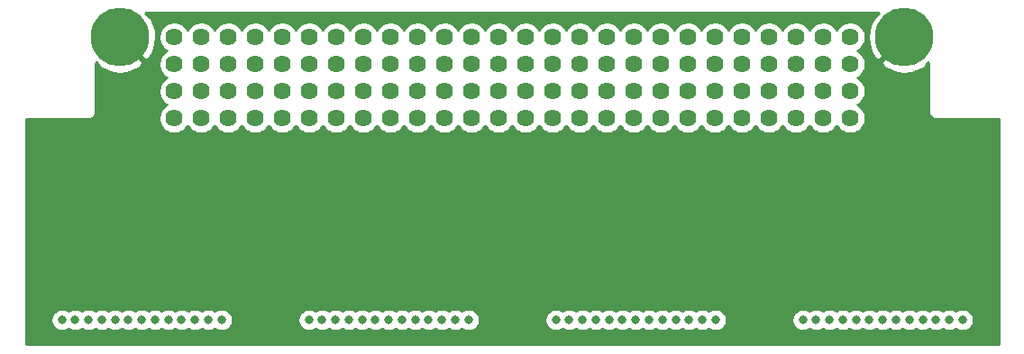
<source format=gbr>
%TF.GenerationSoftware,KiCad,Pcbnew,5.1.6-1.fc32*%
%TF.CreationDate,2020-06-21T11:50:06-03:00*%
%TF.ProjectId,pc104-adapter,70633130-342d-4616-9461-707465722e6b,rev?*%
%TF.SameCoordinates,Original*%
%TF.FileFunction,Copper,L4,Bot*%
%TF.FilePolarity,Positive*%
%FSLAX46Y46*%
G04 Gerber Fmt 4.6, Leading zero omitted, Abs format (unit mm)*
G04 Created by KiCad (PCBNEW 5.1.6-1.fc32) date 2020-06-21 11:50:06*
%MOMM*%
%LPD*%
G01*
G04 APERTURE LIST*
%TA.AperFunction,ViaPad*%
%ADD10C,1.620000*%
%TD*%
%TA.AperFunction,ComponentPad*%
%ADD11C,5.500000*%
%TD*%
%TA.AperFunction,ViaPad*%
%ADD12C,0.800000*%
%TD*%
%TA.AperFunction,Conductor*%
%ADD13C,0.254000*%
%TD*%
G04 APERTURE END LIST*
D10*
%TO.N,/B52*%
%TO.C,J10*%
X168050000Y-85516000D03*
%TO.N,/B51*%
X168050000Y-88056000D03*
%TO.N,/B50*%
X165510000Y-85516000D03*
%TO.N,/B49*%
X165510000Y-88056000D03*
%TO.N,/B48*%
X162970000Y-85516000D03*
%TO.N,/B47*%
X162970000Y-88056000D03*
%TO.N,/B46*%
X160430000Y-85516000D03*
%TO.N,/B45*%
X160430000Y-88056000D03*
%TO.N,/B44*%
X157890000Y-85516000D03*
%TO.N,/B43*%
X157890000Y-88056000D03*
%TO.N,/B42*%
X155350000Y-85516000D03*
%TO.N,/B41*%
X155350000Y-88056000D03*
%TO.N,/B40*%
X152810000Y-85516000D03*
%TO.N,/B39*%
X152810000Y-88056000D03*
%TO.N,/B38*%
X150270000Y-85516000D03*
%TO.N,/B37*%
X150270000Y-88056000D03*
%TO.N,/B36*%
X147730000Y-85516000D03*
%TO.N,/B35*%
X147730000Y-88056000D03*
%TO.N,/B34*%
X145190000Y-85516000D03*
%TO.N,/B33*%
X145190000Y-88056000D03*
%TO.N,/B32*%
X142650000Y-85516000D03*
%TO.N,/B31*%
X142650000Y-88056000D03*
%TO.N,/B30*%
X140110000Y-85516000D03*
%TO.N,/B29*%
X140110000Y-88056000D03*
%TO.N,/B28*%
X137570000Y-85516000D03*
%TO.N,/B27*%
X137570000Y-88056000D03*
%TO.N,/B26*%
X135030000Y-85516000D03*
%TO.N,/B25*%
X135030000Y-88056000D03*
%TO.N,/B24*%
X132490000Y-85516000D03*
%TO.N,/B23*%
X132490000Y-88056000D03*
%TO.N,/B22*%
X129950000Y-85516000D03*
%TO.N,/B21*%
X129950000Y-88056000D03*
%TO.N,/B20*%
X127410000Y-85516000D03*
%TO.N,/B19*%
X127410000Y-88056000D03*
%TO.N,/B18*%
X124870000Y-85516000D03*
%TO.N,/B17*%
X124870000Y-88056000D03*
%TO.N,/B16*%
X122330000Y-85516000D03*
%TO.N,/B15*%
X122330000Y-88056000D03*
%TO.N,/B14*%
X119790000Y-85516000D03*
%TO.N,/B13*%
X119790000Y-88056000D03*
%TO.N,/B12*%
X117250000Y-85516000D03*
%TO.N,/B11*%
X117250000Y-88056000D03*
%TO.N,/B10*%
X114710000Y-85516000D03*
%TO.N,/B9*%
X114710000Y-88056000D03*
%TO.N,/B8*%
X112170000Y-85516000D03*
%TO.N,/B7*%
X112170000Y-88056000D03*
%TO.N,/B6*%
X109630000Y-85516000D03*
%TO.N,/B5*%
X109630000Y-88056000D03*
%TO.N,/B4*%
X107090000Y-85516000D03*
%TO.N,/B3*%
X107090000Y-88056000D03*
%TO.N,/B2*%
X104550000Y-85516000D03*
%TO.N,/B1*%
X104550000Y-88056000D03*
%TD*%
%TO.N,/A52*%
%TO.C,J9*%
X168050000Y-80436000D03*
%TO.N,/A51*%
X168050000Y-82976000D03*
%TO.N,/A50*%
X165510000Y-80436000D03*
%TO.N,/A49*%
X165510000Y-82976000D03*
%TO.N,/A48*%
X162970000Y-80436000D03*
%TO.N,/A47*%
X162970000Y-82976000D03*
%TO.N,/A46*%
X160430000Y-80436000D03*
%TO.N,/A45*%
X160430000Y-82976000D03*
%TO.N,/A44*%
X157890000Y-80436000D03*
%TO.N,/A43*%
X157890000Y-82976000D03*
%TO.N,/A42*%
X155350000Y-80436000D03*
%TO.N,/A41*%
X155350000Y-82976000D03*
%TO.N,/A40*%
X152810000Y-80436000D03*
%TO.N,/A39*%
X152810000Y-82976000D03*
%TO.N,/A38*%
X150270000Y-80436000D03*
%TO.N,/A37*%
X150270000Y-82976000D03*
%TO.N,/A36*%
X147730000Y-80436000D03*
%TO.N,/A35*%
X147730000Y-82976000D03*
%TO.N,/A34*%
X145190000Y-80436000D03*
%TO.N,/A33*%
X145190000Y-82976000D03*
%TO.N,/A32*%
X142650000Y-80436000D03*
%TO.N,/A31*%
X142650000Y-82976000D03*
%TO.N,/A30*%
X140110000Y-80436000D03*
%TO.N,/A29*%
X140110000Y-82976000D03*
%TO.N,/A28*%
X137570000Y-80436000D03*
%TO.N,/A27*%
X137570000Y-82976000D03*
%TO.N,/A26*%
X135030000Y-80436000D03*
%TO.N,/A25*%
X135030000Y-82976000D03*
%TO.N,/A24*%
X132490000Y-80436000D03*
%TO.N,/A23*%
X132490000Y-82976000D03*
%TO.N,/A22*%
X129950000Y-80436000D03*
%TO.N,/A21*%
X129950000Y-82976000D03*
%TO.N,/A20*%
X127410000Y-80436000D03*
%TO.N,/A19*%
X127410000Y-82976000D03*
%TO.N,/A18*%
X124870000Y-80436000D03*
%TO.N,/A17*%
X124870000Y-82976000D03*
%TO.N,/A16*%
X122330000Y-80436000D03*
%TO.N,/A15*%
X122330000Y-82976000D03*
%TO.N,/A14*%
X119790000Y-80436000D03*
%TO.N,/A13*%
X119790000Y-82976000D03*
%TO.N,/A12*%
X117250000Y-80436000D03*
%TO.N,/A11*%
X117250000Y-82976000D03*
%TO.N,/A10*%
X114710000Y-80436000D03*
%TO.N,/A9*%
X114710000Y-82976000D03*
%TO.N,/A8*%
X112170000Y-80436000D03*
%TO.N,/A7*%
X112170000Y-82976000D03*
%TO.N,/A6*%
X109630000Y-80436000D03*
%TO.N,/A5*%
X109630000Y-82976000D03*
%TO.N,/A4*%
X107090000Y-80436000D03*
%TO.N,/A3*%
X107090000Y-82976000D03*
%TO.N,/A2*%
X104550000Y-80436000D03*
%TO.N,/A1*%
X104550000Y-82976000D03*
%TD*%
D11*
%TO.P,H2,1*%
%TO.N,GND*%
X173140000Y-80436000D03*
%TD*%
%TO.P,H1,1*%
%TO.N,GND*%
X99460000Y-80436000D03*
%TD*%
D12*
%TO.N,/A13*%
X109000000Y-107000000D03*
%TO.N,/A12*%
X107750000Y-107000000D03*
%TO.N,/A11*%
X106500000Y-107000000D03*
%TO.N,/A10*%
X105250000Y-107000000D03*
%TO.N,/A9*%
X104000000Y-107000000D03*
%TO.N,/A8*%
X102750000Y-107000000D03*
%TO.N,/A7*%
X101500000Y-107000000D03*
%TO.N,/A6*%
X100250000Y-107000000D03*
%TO.N,/A5*%
X99000000Y-107000000D03*
%TO.N,/A4*%
X97750000Y-107000000D03*
%TO.N,/A3*%
X96500000Y-107000000D03*
%TO.N,/A2*%
X95250000Y-107000000D03*
%TO.N,/A1*%
X94000000Y-107000000D03*
%TO.N,/A26*%
X132200000Y-107000000D03*
%TO.N,/A25*%
X130950000Y-107000000D03*
%TO.N,/A24*%
X129700000Y-107000000D03*
%TO.N,/A23*%
X128450000Y-107000000D03*
%TO.N,/A22*%
X127200000Y-107000000D03*
%TO.N,/A21*%
X125950000Y-107000000D03*
%TO.N,/A20*%
X124700000Y-107000000D03*
%TO.N,/A19*%
X123450000Y-107000000D03*
%TO.N,/A18*%
X122200000Y-107000000D03*
%TO.N,/A17*%
X120950000Y-107000000D03*
%TO.N,/A16*%
X119700000Y-107000000D03*
%TO.N,/A15*%
X118450000Y-107000000D03*
%TO.N,/A14*%
X117200000Y-107000000D03*
%TO.N,/A39*%
X155400000Y-107000000D03*
%TO.N,/A38*%
X154150000Y-107000000D03*
%TO.N,/A37*%
X152900000Y-107000000D03*
%TO.N,/A36*%
X151650000Y-107000000D03*
%TO.N,/A35*%
X150400000Y-107000000D03*
%TO.N,/A34*%
X149150000Y-107000000D03*
%TO.N,/A33*%
X147900000Y-107000000D03*
%TO.N,/A32*%
X146650000Y-107000000D03*
%TO.N,/A31*%
X145400000Y-107000000D03*
%TO.N,/A30*%
X144150000Y-107000000D03*
%TO.N,/A29*%
X142900000Y-107000000D03*
%TO.N,/A28*%
X141650000Y-107000000D03*
%TO.N,/A27*%
X140400000Y-107000000D03*
%TO.N,/A52*%
X178600000Y-107000000D03*
%TO.N,/A51*%
X177350000Y-107000000D03*
%TO.N,/A50*%
X176100000Y-107000000D03*
%TO.N,/A49*%
X174850000Y-107000000D03*
%TO.N,/A48*%
X173600000Y-107000000D03*
%TO.N,/A47*%
X172350000Y-107000000D03*
%TO.N,/A46*%
X171100000Y-107000000D03*
%TO.N,/A45*%
X169850000Y-107000000D03*
%TO.N,/A44*%
X168600000Y-107000000D03*
%TO.N,/A43*%
X167350000Y-107000000D03*
%TO.N,/A42*%
X166100000Y-107000000D03*
%TO.N,/A41*%
X164850000Y-107000000D03*
%TO.N,/A40*%
X163600000Y-107000000D03*
%TD*%
D13*
%TO.N,GND*%
G36*
X170759070Y-78234678D02*
G01*
X170315497Y-78540859D01*
X170000046Y-79128306D01*
X169805260Y-79766008D01*
X169738628Y-80429457D01*
X169802708Y-81093158D01*
X169995038Y-81731605D01*
X170308228Y-82320262D01*
X170315497Y-82331141D01*
X170759072Y-82637323D01*
X172960395Y-80436000D01*
X172946253Y-80421858D01*
X173125858Y-80242253D01*
X173140000Y-80256395D01*
X173154143Y-80242253D01*
X173333748Y-80421858D01*
X173319605Y-80436000D01*
X173333748Y-80450143D01*
X173154143Y-80629748D01*
X173140000Y-80615605D01*
X170938677Y-82816928D01*
X171244859Y-83260503D01*
X171832306Y-83575954D01*
X172470008Y-83770740D01*
X173133457Y-83837372D01*
X173797158Y-83773292D01*
X174435605Y-83580962D01*
X175024262Y-83267772D01*
X175035141Y-83260503D01*
X175341322Y-82816930D01*
X175430001Y-82905609D01*
X175430001Y-87401113D01*
X175426565Y-87436000D01*
X175440273Y-87575184D01*
X175480872Y-87709020D01*
X175546800Y-87832363D01*
X175635525Y-87940475D01*
X175743637Y-88029200D01*
X175866980Y-88095128D01*
X176000816Y-88135727D01*
X176105123Y-88146000D01*
X176140000Y-88149435D01*
X176174877Y-88146000D01*
X181990001Y-88146000D01*
X181990000Y-109290000D01*
X90610000Y-109290000D01*
X90610000Y-106898061D01*
X92965000Y-106898061D01*
X92965000Y-107101939D01*
X93004774Y-107301898D01*
X93082795Y-107490256D01*
X93196063Y-107659774D01*
X93340226Y-107803937D01*
X93509744Y-107917205D01*
X93698102Y-107995226D01*
X93898061Y-108035000D01*
X94101939Y-108035000D01*
X94301898Y-107995226D01*
X94490256Y-107917205D01*
X94625000Y-107827172D01*
X94759744Y-107917205D01*
X94948102Y-107995226D01*
X95148061Y-108035000D01*
X95351939Y-108035000D01*
X95551898Y-107995226D01*
X95740256Y-107917205D01*
X95875000Y-107827172D01*
X96009744Y-107917205D01*
X96198102Y-107995226D01*
X96398061Y-108035000D01*
X96601939Y-108035000D01*
X96801898Y-107995226D01*
X96990256Y-107917205D01*
X97125000Y-107827172D01*
X97259744Y-107917205D01*
X97448102Y-107995226D01*
X97648061Y-108035000D01*
X97851939Y-108035000D01*
X98051898Y-107995226D01*
X98240256Y-107917205D01*
X98375000Y-107827172D01*
X98509744Y-107917205D01*
X98698102Y-107995226D01*
X98898061Y-108035000D01*
X99101939Y-108035000D01*
X99301898Y-107995226D01*
X99490256Y-107917205D01*
X99625000Y-107827172D01*
X99759744Y-107917205D01*
X99948102Y-107995226D01*
X100148061Y-108035000D01*
X100351939Y-108035000D01*
X100551898Y-107995226D01*
X100740256Y-107917205D01*
X100875000Y-107827172D01*
X101009744Y-107917205D01*
X101198102Y-107995226D01*
X101398061Y-108035000D01*
X101601939Y-108035000D01*
X101801898Y-107995226D01*
X101990256Y-107917205D01*
X102125000Y-107827172D01*
X102259744Y-107917205D01*
X102448102Y-107995226D01*
X102648061Y-108035000D01*
X102851939Y-108035000D01*
X103051898Y-107995226D01*
X103240256Y-107917205D01*
X103375000Y-107827172D01*
X103509744Y-107917205D01*
X103698102Y-107995226D01*
X103898061Y-108035000D01*
X104101939Y-108035000D01*
X104301898Y-107995226D01*
X104490256Y-107917205D01*
X104625000Y-107827172D01*
X104759744Y-107917205D01*
X104948102Y-107995226D01*
X105148061Y-108035000D01*
X105351939Y-108035000D01*
X105551898Y-107995226D01*
X105740256Y-107917205D01*
X105875000Y-107827172D01*
X106009744Y-107917205D01*
X106198102Y-107995226D01*
X106398061Y-108035000D01*
X106601939Y-108035000D01*
X106801898Y-107995226D01*
X106990256Y-107917205D01*
X107125000Y-107827172D01*
X107259744Y-107917205D01*
X107448102Y-107995226D01*
X107648061Y-108035000D01*
X107851939Y-108035000D01*
X108051898Y-107995226D01*
X108240256Y-107917205D01*
X108375000Y-107827172D01*
X108509744Y-107917205D01*
X108698102Y-107995226D01*
X108898061Y-108035000D01*
X109101939Y-108035000D01*
X109301898Y-107995226D01*
X109490256Y-107917205D01*
X109659774Y-107803937D01*
X109803937Y-107659774D01*
X109917205Y-107490256D01*
X109995226Y-107301898D01*
X110035000Y-107101939D01*
X110035000Y-106898061D01*
X116165000Y-106898061D01*
X116165000Y-107101939D01*
X116204774Y-107301898D01*
X116282795Y-107490256D01*
X116396063Y-107659774D01*
X116540226Y-107803937D01*
X116709744Y-107917205D01*
X116898102Y-107995226D01*
X117098061Y-108035000D01*
X117301939Y-108035000D01*
X117501898Y-107995226D01*
X117690256Y-107917205D01*
X117825000Y-107827172D01*
X117959744Y-107917205D01*
X118148102Y-107995226D01*
X118348061Y-108035000D01*
X118551939Y-108035000D01*
X118751898Y-107995226D01*
X118940256Y-107917205D01*
X119075000Y-107827172D01*
X119209744Y-107917205D01*
X119398102Y-107995226D01*
X119598061Y-108035000D01*
X119801939Y-108035000D01*
X120001898Y-107995226D01*
X120190256Y-107917205D01*
X120325000Y-107827172D01*
X120459744Y-107917205D01*
X120648102Y-107995226D01*
X120848061Y-108035000D01*
X121051939Y-108035000D01*
X121251898Y-107995226D01*
X121440256Y-107917205D01*
X121575000Y-107827172D01*
X121709744Y-107917205D01*
X121898102Y-107995226D01*
X122098061Y-108035000D01*
X122301939Y-108035000D01*
X122501898Y-107995226D01*
X122690256Y-107917205D01*
X122825000Y-107827172D01*
X122959744Y-107917205D01*
X123148102Y-107995226D01*
X123348061Y-108035000D01*
X123551939Y-108035000D01*
X123751898Y-107995226D01*
X123940256Y-107917205D01*
X124075000Y-107827172D01*
X124209744Y-107917205D01*
X124398102Y-107995226D01*
X124598061Y-108035000D01*
X124801939Y-108035000D01*
X125001898Y-107995226D01*
X125190256Y-107917205D01*
X125325000Y-107827172D01*
X125459744Y-107917205D01*
X125648102Y-107995226D01*
X125848061Y-108035000D01*
X126051939Y-108035000D01*
X126251898Y-107995226D01*
X126440256Y-107917205D01*
X126575000Y-107827172D01*
X126709744Y-107917205D01*
X126898102Y-107995226D01*
X127098061Y-108035000D01*
X127301939Y-108035000D01*
X127501898Y-107995226D01*
X127690256Y-107917205D01*
X127825000Y-107827172D01*
X127959744Y-107917205D01*
X128148102Y-107995226D01*
X128348061Y-108035000D01*
X128551939Y-108035000D01*
X128751898Y-107995226D01*
X128940256Y-107917205D01*
X129075000Y-107827172D01*
X129209744Y-107917205D01*
X129398102Y-107995226D01*
X129598061Y-108035000D01*
X129801939Y-108035000D01*
X130001898Y-107995226D01*
X130190256Y-107917205D01*
X130325000Y-107827172D01*
X130459744Y-107917205D01*
X130648102Y-107995226D01*
X130848061Y-108035000D01*
X131051939Y-108035000D01*
X131251898Y-107995226D01*
X131440256Y-107917205D01*
X131575000Y-107827172D01*
X131709744Y-107917205D01*
X131898102Y-107995226D01*
X132098061Y-108035000D01*
X132301939Y-108035000D01*
X132501898Y-107995226D01*
X132690256Y-107917205D01*
X132859774Y-107803937D01*
X133003937Y-107659774D01*
X133117205Y-107490256D01*
X133195226Y-107301898D01*
X133235000Y-107101939D01*
X133235000Y-106898061D01*
X139365000Y-106898061D01*
X139365000Y-107101939D01*
X139404774Y-107301898D01*
X139482795Y-107490256D01*
X139596063Y-107659774D01*
X139740226Y-107803937D01*
X139909744Y-107917205D01*
X140098102Y-107995226D01*
X140298061Y-108035000D01*
X140501939Y-108035000D01*
X140701898Y-107995226D01*
X140890256Y-107917205D01*
X141025000Y-107827172D01*
X141159744Y-107917205D01*
X141348102Y-107995226D01*
X141548061Y-108035000D01*
X141751939Y-108035000D01*
X141951898Y-107995226D01*
X142140256Y-107917205D01*
X142275000Y-107827172D01*
X142409744Y-107917205D01*
X142598102Y-107995226D01*
X142798061Y-108035000D01*
X143001939Y-108035000D01*
X143201898Y-107995226D01*
X143390256Y-107917205D01*
X143525000Y-107827172D01*
X143659744Y-107917205D01*
X143848102Y-107995226D01*
X144048061Y-108035000D01*
X144251939Y-108035000D01*
X144451898Y-107995226D01*
X144640256Y-107917205D01*
X144775000Y-107827172D01*
X144909744Y-107917205D01*
X145098102Y-107995226D01*
X145298061Y-108035000D01*
X145501939Y-108035000D01*
X145701898Y-107995226D01*
X145890256Y-107917205D01*
X146025000Y-107827172D01*
X146159744Y-107917205D01*
X146348102Y-107995226D01*
X146548061Y-108035000D01*
X146751939Y-108035000D01*
X146951898Y-107995226D01*
X147140256Y-107917205D01*
X147275000Y-107827172D01*
X147409744Y-107917205D01*
X147598102Y-107995226D01*
X147798061Y-108035000D01*
X148001939Y-108035000D01*
X148201898Y-107995226D01*
X148390256Y-107917205D01*
X148525000Y-107827172D01*
X148659744Y-107917205D01*
X148848102Y-107995226D01*
X149048061Y-108035000D01*
X149251939Y-108035000D01*
X149451898Y-107995226D01*
X149640256Y-107917205D01*
X149775000Y-107827172D01*
X149909744Y-107917205D01*
X150098102Y-107995226D01*
X150298061Y-108035000D01*
X150501939Y-108035000D01*
X150701898Y-107995226D01*
X150890256Y-107917205D01*
X151025000Y-107827172D01*
X151159744Y-107917205D01*
X151348102Y-107995226D01*
X151548061Y-108035000D01*
X151751939Y-108035000D01*
X151951898Y-107995226D01*
X152140256Y-107917205D01*
X152275000Y-107827172D01*
X152409744Y-107917205D01*
X152598102Y-107995226D01*
X152798061Y-108035000D01*
X153001939Y-108035000D01*
X153201898Y-107995226D01*
X153390256Y-107917205D01*
X153525000Y-107827172D01*
X153659744Y-107917205D01*
X153848102Y-107995226D01*
X154048061Y-108035000D01*
X154251939Y-108035000D01*
X154451898Y-107995226D01*
X154640256Y-107917205D01*
X154775000Y-107827172D01*
X154909744Y-107917205D01*
X155098102Y-107995226D01*
X155298061Y-108035000D01*
X155501939Y-108035000D01*
X155701898Y-107995226D01*
X155890256Y-107917205D01*
X156059774Y-107803937D01*
X156203937Y-107659774D01*
X156317205Y-107490256D01*
X156395226Y-107301898D01*
X156435000Y-107101939D01*
X156435000Y-106898061D01*
X162565000Y-106898061D01*
X162565000Y-107101939D01*
X162604774Y-107301898D01*
X162682795Y-107490256D01*
X162796063Y-107659774D01*
X162940226Y-107803937D01*
X163109744Y-107917205D01*
X163298102Y-107995226D01*
X163498061Y-108035000D01*
X163701939Y-108035000D01*
X163901898Y-107995226D01*
X164090256Y-107917205D01*
X164225000Y-107827172D01*
X164359744Y-107917205D01*
X164548102Y-107995226D01*
X164748061Y-108035000D01*
X164951939Y-108035000D01*
X165151898Y-107995226D01*
X165340256Y-107917205D01*
X165475000Y-107827172D01*
X165609744Y-107917205D01*
X165798102Y-107995226D01*
X165998061Y-108035000D01*
X166201939Y-108035000D01*
X166401898Y-107995226D01*
X166590256Y-107917205D01*
X166725000Y-107827172D01*
X166859744Y-107917205D01*
X167048102Y-107995226D01*
X167248061Y-108035000D01*
X167451939Y-108035000D01*
X167651898Y-107995226D01*
X167840256Y-107917205D01*
X167975000Y-107827172D01*
X168109744Y-107917205D01*
X168298102Y-107995226D01*
X168498061Y-108035000D01*
X168701939Y-108035000D01*
X168901898Y-107995226D01*
X169090256Y-107917205D01*
X169225000Y-107827172D01*
X169359744Y-107917205D01*
X169548102Y-107995226D01*
X169748061Y-108035000D01*
X169951939Y-108035000D01*
X170151898Y-107995226D01*
X170340256Y-107917205D01*
X170475000Y-107827172D01*
X170609744Y-107917205D01*
X170798102Y-107995226D01*
X170998061Y-108035000D01*
X171201939Y-108035000D01*
X171401898Y-107995226D01*
X171590256Y-107917205D01*
X171725000Y-107827172D01*
X171859744Y-107917205D01*
X172048102Y-107995226D01*
X172248061Y-108035000D01*
X172451939Y-108035000D01*
X172651898Y-107995226D01*
X172840256Y-107917205D01*
X172975000Y-107827172D01*
X173109744Y-107917205D01*
X173298102Y-107995226D01*
X173498061Y-108035000D01*
X173701939Y-108035000D01*
X173901898Y-107995226D01*
X174090256Y-107917205D01*
X174225000Y-107827172D01*
X174359744Y-107917205D01*
X174548102Y-107995226D01*
X174748061Y-108035000D01*
X174951939Y-108035000D01*
X175151898Y-107995226D01*
X175340256Y-107917205D01*
X175475000Y-107827172D01*
X175609744Y-107917205D01*
X175798102Y-107995226D01*
X175998061Y-108035000D01*
X176201939Y-108035000D01*
X176401898Y-107995226D01*
X176590256Y-107917205D01*
X176725000Y-107827172D01*
X176859744Y-107917205D01*
X177048102Y-107995226D01*
X177248061Y-108035000D01*
X177451939Y-108035000D01*
X177651898Y-107995226D01*
X177840256Y-107917205D01*
X177975000Y-107827172D01*
X178109744Y-107917205D01*
X178298102Y-107995226D01*
X178498061Y-108035000D01*
X178701939Y-108035000D01*
X178901898Y-107995226D01*
X179090256Y-107917205D01*
X179259774Y-107803937D01*
X179403937Y-107659774D01*
X179517205Y-107490256D01*
X179595226Y-107301898D01*
X179635000Y-107101939D01*
X179635000Y-106898061D01*
X179595226Y-106698102D01*
X179517205Y-106509744D01*
X179403937Y-106340226D01*
X179259774Y-106196063D01*
X179090256Y-106082795D01*
X178901898Y-106004774D01*
X178701939Y-105965000D01*
X178498061Y-105965000D01*
X178298102Y-106004774D01*
X178109744Y-106082795D01*
X177975000Y-106172828D01*
X177840256Y-106082795D01*
X177651898Y-106004774D01*
X177451939Y-105965000D01*
X177248061Y-105965000D01*
X177048102Y-106004774D01*
X176859744Y-106082795D01*
X176725000Y-106172828D01*
X176590256Y-106082795D01*
X176401898Y-106004774D01*
X176201939Y-105965000D01*
X175998061Y-105965000D01*
X175798102Y-106004774D01*
X175609744Y-106082795D01*
X175475000Y-106172828D01*
X175340256Y-106082795D01*
X175151898Y-106004774D01*
X174951939Y-105965000D01*
X174748061Y-105965000D01*
X174548102Y-106004774D01*
X174359744Y-106082795D01*
X174225000Y-106172828D01*
X174090256Y-106082795D01*
X173901898Y-106004774D01*
X173701939Y-105965000D01*
X173498061Y-105965000D01*
X173298102Y-106004774D01*
X173109744Y-106082795D01*
X172975000Y-106172828D01*
X172840256Y-106082795D01*
X172651898Y-106004774D01*
X172451939Y-105965000D01*
X172248061Y-105965000D01*
X172048102Y-106004774D01*
X171859744Y-106082795D01*
X171725000Y-106172828D01*
X171590256Y-106082795D01*
X171401898Y-106004774D01*
X171201939Y-105965000D01*
X170998061Y-105965000D01*
X170798102Y-106004774D01*
X170609744Y-106082795D01*
X170475000Y-106172828D01*
X170340256Y-106082795D01*
X170151898Y-106004774D01*
X169951939Y-105965000D01*
X169748061Y-105965000D01*
X169548102Y-106004774D01*
X169359744Y-106082795D01*
X169225000Y-106172828D01*
X169090256Y-106082795D01*
X168901898Y-106004774D01*
X168701939Y-105965000D01*
X168498061Y-105965000D01*
X168298102Y-106004774D01*
X168109744Y-106082795D01*
X167975000Y-106172828D01*
X167840256Y-106082795D01*
X167651898Y-106004774D01*
X167451939Y-105965000D01*
X167248061Y-105965000D01*
X167048102Y-106004774D01*
X166859744Y-106082795D01*
X166725000Y-106172828D01*
X166590256Y-106082795D01*
X166401898Y-106004774D01*
X166201939Y-105965000D01*
X165998061Y-105965000D01*
X165798102Y-106004774D01*
X165609744Y-106082795D01*
X165475000Y-106172828D01*
X165340256Y-106082795D01*
X165151898Y-106004774D01*
X164951939Y-105965000D01*
X164748061Y-105965000D01*
X164548102Y-106004774D01*
X164359744Y-106082795D01*
X164225000Y-106172828D01*
X164090256Y-106082795D01*
X163901898Y-106004774D01*
X163701939Y-105965000D01*
X163498061Y-105965000D01*
X163298102Y-106004774D01*
X163109744Y-106082795D01*
X162940226Y-106196063D01*
X162796063Y-106340226D01*
X162682795Y-106509744D01*
X162604774Y-106698102D01*
X162565000Y-106898061D01*
X156435000Y-106898061D01*
X156395226Y-106698102D01*
X156317205Y-106509744D01*
X156203937Y-106340226D01*
X156059774Y-106196063D01*
X155890256Y-106082795D01*
X155701898Y-106004774D01*
X155501939Y-105965000D01*
X155298061Y-105965000D01*
X155098102Y-106004774D01*
X154909744Y-106082795D01*
X154775000Y-106172828D01*
X154640256Y-106082795D01*
X154451898Y-106004774D01*
X154251939Y-105965000D01*
X154048061Y-105965000D01*
X153848102Y-106004774D01*
X153659744Y-106082795D01*
X153525000Y-106172828D01*
X153390256Y-106082795D01*
X153201898Y-106004774D01*
X153001939Y-105965000D01*
X152798061Y-105965000D01*
X152598102Y-106004774D01*
X152409744Y-106082795D01*
X152275000Y-106172828D01*
X152140256Y-106082795D01*
X151951898Y-106004774D01*
X151751939Y-105965000D01*
X151548061Y-105965000D01*
X151348102Y-106004774D01*
X151159744Y-106082795D01*
X151025000Y-106172828D01*
X150890256Y-106082795D01*
X150701898Y-106004774D01*
X150501939Y-105965000D01*
X150298061Y-105965000D01*
X150098102Y-106004774D01*
X149909744Y-106082795D01*
X149775000Y-106172828D01*
X149640256Y-106082795D01*
X149451898Y-106004774D01*
X149251939Y-105965000D01*
X149048061Y-105965000D01*
X148848102Y-106004774D01*
X148659744Y-106082795D01*
X148525000Y-106172828D01*
X148390256Y-106082795D01*
X148201898Y-106004774D01*
X148001939Y-105965000D01*
X147798061Y-105965000D01*
X147598102Y-106004774D01*
X147409744Y-106082795D01*
X147275000Y-106172828D01*
X147140256Y-106082795D01*
X146951898Y-106004774D01*
X146751939Y-105965000D01*
X146548061Y-105965000D01*
X146348102Y-106004774D01*
X146159744Y-106082795D01*
X146025000Y-106172828D01*
X145890256Y-106082795D01*
X145701898Y-106004774D01*
X145501939Y-105965000D01*
X145298061Y-105965000D01*
X145098102Y-106004774D01*
X144909744Y-106082795D01*
X144775000Y-106172828D01*
X144640256Y-106082795D01*
X144451898Y-106004774D01*
X144251939Y-105965000D01*
X144048061Y-105965000D01*
X143848102Y-106004774D01*
X143659744Y-106082795D01*
X143525000Y-106172828D01*
X143390256Y-106082795D01*
X143201898Y-106004774D01*
X143001939Y-105965000D01*
X142798061Y-105965000D01*
X142598102Y-106004774D01*
X142409744Y-106082795D01*
X142275000Y-106172828D01*
X142140256Y-106082795D01*
X141951898Y-106004774D01*
X141751939Y-105965000D01*
X141548061Y-105965000D01*
X141348102Y-106004774D01*
X141159744Y-106082795D01*
X141025000Y-106172828D01*
X140890256Y-106082795D01*
X140701898Y-106004774D01*
X140501939Y-105965000D01*
X140298061Y-105965000D01*
X140098102Y-106004774D01*
X139909744Y-106082795D01*
X139740226Y-106196063D01*
X139596063Y-106340226D01*
X139482795Y-106509744D01*
X139404774Y-106698102D01*
X139365000Y-106898061D01*
X133235000Y-106898061D01*
X133195226Y-106698102D01*
X133117205Y-106509744D01*
X133003937Y-106340226D01*
X132859774Y-106196063D01*
X132690256Y-106082795D01*
X132501898Y-106004774D01*
X132301939Y-105965000D01*
X132098061Y-105965000D01*
X131898102Y-106004774D01*
X131709744Y-106082795D01*
X131575000Y-106172828D01*
X131440256Y-106082795D01*
X131251898Y-106004774D01*
X131051939Y-105965000D01*
X130848061Y-105965000D01*
X130648102Y-106004774D01*
X130459744Y-106082795D01*
X130325000Y-106172828D01*
X130190256Y-106082795D01*
X130001898Y-106004774D01*
X129801939Y-105965000D01*
X129598061Y-105965000D01*
X129398102Y-106004774D01*
X129209744Y-106082795D01*
X129075000Y-106172828D01*
X128940256Y-106082795D01*
X128751898Y-106004774D01*
X128551939Y-105965000D01*
X128348061Y-105965000D01*
X128148102Y-106004774D01*
X127959744Y-106082795D01*
X127825000Y-106172828D01*
X127690256Y-106082795D01*
X127501898Y-106004774D01*
X127301939Y-105965000D01*
X127098061Y-105965000D01*
X126898102Y-106004774D01*
X126709744Y-106082795D01*
X126575000Y-106172828D01*
X126440256Y-106082795D01*
X126251898Y-106004774D01*
X126051939Y-105965000D01*
X125848061Y-105965000D01*
X125648102Y-106004774D01*
X125459744Y-106082795D01*
X125325000Y-106172828D01*
X125190256Y-106082795D01*
X125001898Y-106004774D01*
X124801939Y-105965000D01*
X124598061Y-105965000D01*
X124398102Y-106004774D01*
X124209744Y-106082795D01*
X124075000Y-106172828D01*
X123940256Y-106082795D01*
X123751898Y-106004774D01*
X123551939Y-105965000D01*
X123348061Y-105965000D01*
X123148102Y-106004774D01*
X122959744Y-106082795D01*
X122825000Y-106172828D01*
X122690256Y-106082795D01*
X122501898Y-106004774D01*
X122301939Y-105965000D01*
X122098061Y-105965000D01*
X121898102Y-106004774D01*
X121709744Y-106082795D01*
X121575000Y-106172828D01*
X121440256Y-106082795D01*
X121251898Y-106004774D01*
X121051939Y-105965000D01*
X120848061Y-105965000D01*
X120648102Y-106004774D01*
X120459744Y-106082795D01*
X120325000Y-106172828D01*
X120190256Y-106082795D01*
X120001898Y-106004774D01*
X119801939Y-105965000D01*
X119598061Y-105965000D01*
X119398102Y-106004774D01*
X119209744Y-106082795D01*
X119075000Y-106172828D01*
X118940256Y-106082795D01*
X118751898Y-106004774D01*
X118551939Y-105965000D01*
X118348061Y-105965000D01*
X118148102Y-106004774D01*
X117959744Y-106082795D01*
X117825000Y-106172828D01*
X117690256Y-106082795D01*
X117501898Y-106004774D01*
X117301939Y-105965000D01*
X117098061Y-105965000D01*
X116898102Y-106004774D01*
X116709744Y-106082795D01*
X116540226Y-106196063D01*
X116396063Y-106340226D01*
X116282795Y-106509744D01*
X116204774Y-106698102D01*
X116165000Y-106898061D01*
X110035000Y-106898061D01*
X109995226Y-106698102D01*
X109917205Y-106509744D01*
X109803937Y-106340226D01*
X109659774Y-106196063D01*
X109490256Y-106082795D01*
X109301898Y-106004774D01*
X109101939Y-105965000D01*
X108898061Y-105965000D01*
X108698102Y-106004774D01*
X108509744Y-106082795D01*
X108375000Y-106172828D01*
X108240256Y-106082795D01*
X108051898Y-106004774D01*
X107851939Y-105965000D01*
X107648061Y-105965000D01*
X107448102Y-106004774D01*
X107259744Y-106082795D01*
X107125000Y-106172828D01*
X106990256Y-106082795D01*
X106801898Y-106004774D01*
X106601939Y-105965000D01*
X106398061Y-105965000D01*
X106198102Y-106004774D01*
X106009744Y-106082795D01*
X105875000Y-106172828D01*
X105740256Y-106082795D01*
X105551898Y-106004774D01*
X105351939Y-105965000D01*
X105148061Y-105965000D01*
X104948102Y-106004774D01*
X104759744Y-106082795D01*
X104625000Y-106172828D01*
X104490256Y-106082795D01*
X104301898Y-106004774D01*
X104101939Y-105965000D01*
X103898061Y-105965000D01*
X103698102Y-106004774D01*
X103509744Y-106082795D01*
X103375000Y-106172828D01*
X103240256Y-106082795D01*
X103051898Y-106004774D01*
X102851939Y-105965000D01*
X102648061Y-105965000D01*
X102448102Y-106004774D01*
X102259744Y-106082795D01*
X102125000Y-106172828D01*
X101990256Y-106082795D01*
X101801898Y-106004774D01*
X101601939Y-105965000D01*
X101398061Y-105965000D01*
X101198102Y-106004774D01*
X101009744Y-106082795D01*
X100875000Y-106172828D01*
X100740256Y-106082795D01*
X100551898Y-106004774D01*
X100351939Y-105965000D01*
X100148061Y-105965000D01*
X99948102Y-106004774D01*
X99759744Y-106082795D01*
X99625000Y-106172828D01*
X99490256Y-106082795D01*
X99301898Y-106004774D01*
X99101939Y-105965000D01*
X98898061Y-105965000D01*
X98698102Y-106004774D01*
X98509744Y-106082795D01*
X98375000Y-106172828D01*
X98240256Y-106082795D01*
X98051898Y-106004774D01*
X97851939Y-105965000D01*
X97648061Y-105965000D01*
X97448102Y-106004774D01*
X97259744Y-106082795D01*
X97125000Y-106172828D01*
X96990256Y-106082795D01*
X96801898Y-106004774D01*
X96601939Y-105965000D01*
X96398061Y-105965000D01*
X96198102Y-106004774D01*
X96009744Y-106082795D01*
X95875000Y-106172828D01*
X95740256Y-106082795D01*
X95551898Y-106004774D01*
X95351939Y-105965000D01*
X95148061Y-105965000D01*
X94948102Y-106004774D01*
X94759744Y-106082795D01*
X94625000Y-106172828D01*
X94490256Y-106082795D01*
X94301898Y-106004774D01*
X94101939Y-105965000D01*
X93898061Y-105965000D01*
X93698102Y-106004774D01*
X93509744Y-106082795D01*
X93340226Y-106196063D01*
X93196063Y-106340226D01*
X93082795Y-106509744D01*
X93004774Y-106698102D01*
X92965000Y-106898061D01*
X90610000Y-106898061D01*
X90610000Y-88146000D01*
X96425123Y-88146000D01*
X96460000Y-88149435D01*
X96494877Y-88146000D01*
X96599184Y-88135727D01*
X96733020Y-88095128D01*
X96856363Y-88029200D01*
X96964475Y-87940475D01*
X97053200Y-87832363D01*
X97119128Y-87709020D01*
X97159727Y-87575184D01*
X97173435Y-87436000D01*
X97170000Y-87401123D01*
X97170000Y-82905608D01*
X97258678Y-82816930D01*
X97564859Y-83260503D01*
X98152306Y-83575954D01*
X98790008Y-83770740D01*
X99453457Y-83837372D01*
X100117158Y-83773292D01*
X100755605Y-83580962D01*
X101344262Y-83267772D01*
X101355141Y-83260503D01*
X101661323Y-82816928D01*
X99460000Y-80615605D01*
X99445858Y-80629748D01*
X99266253Y-80450143D01*
X99280395Y-80436000D01*
X99266253Y-80421858D01*
X99445858Y-80242253D01*
X99460000Y-80256395D01*
X99474143Y-80242253D01*
X99653748Y-80421858D01*
X99639605Y-80436000D01*
X101840928Y-82637323D01*
X102284503Y-82331141D01*
X102599954Y-81743694D01*
X102794740Y-81105992D01*
X102861372Y-80442543D01*
X102847000Y-80293680D01*
X103105000Y-80293680D01*
X103105000Y-80578320D01*
X103160530Y-80857491D01*
X103269457Y-81120464D01*
X103427595Y-81357134D01*
X103628866Y-81558405D01*
X103849757Y-81706000D01*
X103628866Y-81853595D01*
X103427595Y-82054866D01*
X103269457Y-82291536D01*
X103160530Y-82554509D01*
X103105000Y-82833680D01*
X103105000Y-83118320D01*
X103160530Y-83397491D01*
X103269457Y-83660464D01*
X103427595Y-83897134D01*
X103628866Y-84098405D01*
X103849757Y-84246000D01*
X103628866Y-84393595D01*
X103427595Y-84594866D01*
X103269457Y-84831536D01*
X103160530Y-85094509D01*
X103105000Y-85373680D01*
X103105000Y-85658320D01*
X103160530Y-85937491D01*
X103269457Y-86200464D01*
X103427595Y-86437134D01*
X103628866Y-86638405D01*
X103849757Y-86786000D01*
X103628866Y-86933595D01*
X103427595Y-87134866D01*
X103269457Y-87371536D01*
X103160530Y-87634509D01*
X103105000Y-87913680D01*
X103105000Y-88198320D01*
X103160530Y-88477491D01*
X103269457Y-88740464D01*
X103427595Y-88977134D01*
X103628866Y-89178405D01*
X103865536Y-89336543D01*
X104128509Y-89445470D01*
X104407680Y-89501000D01*
X104692320Y-89501000D01*
X104971491Y-89445470D01*
X105234464Y-89336543D01*
X105471134Y-89178405D01*
X105672405Y-88977134D01*
X105820000Y-88756243D01*
X105967595Y-88977134D01*
X106168866Y-89178405D01*
X106405536Y-89336543D01*
X106668509Y-89445470D01*
X106947680Y-89501000D01*
X107232320Y-89501000D01*
X107511491Y-89445470D01*
X107774464Y-89336543D01*
X108011134Y-89178405D01*
X108212405Y-88977134D01*
X108360000Y-88756243D01*
X108507595Y-88977134D01*
X108708866Y-89178405D01*
X108945536Y-89336543D01*
X109208509Y-89445470D01*
X109487680Y-89501000D01*
X109772320Y-89501000D01*
X110051491Y-89445470D01*
X110314464Y-89336543D01*
X110551134Y-89178405D01*
X110752405Y-88977134D01*
X110900000Y-88756243D01*
X111047595Y-88977134D01*
X111248866Y-89178405D01*
X111485536Y-89336543D01*
X111748509Y-89445470D01*
X112027680Y-89501000D01*
X112312320Y-89501000D01*
X112591491Y-89445470D01*
X112854464Y-89336543D01*
X113091134Y-89178405D01*
X113292405Y-88977134D01*
X113440000Y-88756243D01*
X113587595Y-88977134D01*
X113788866Y-89178405D01*
X114025536Y-89336543D01*
X114288509Y-89445470D01*
X114567680Y-89501000D01*
X114852320Y-89501000D01*
X115131491Y-89445470D01*
X115394464Y-89336543D01*
X115631134Y-89178405D01*
X115832405Y-88977134D01*
X115980000Y-88756243D01*
X116127595Y-88977134D01*
X116328866Y-89178405D01*
X116565536Y-89336543D01*
X116828509Y-89445470D01*
X117107680Y-89501000D01*
X117392320Y-89501000D01*
X117671491Y-89445470D01*
X117934464Y-89336543D01*
X118171134Y-89178405D01*
X118372405Y-88977134D01*
X118520000Y-88756243D01*
X118667595Y-88977134D01*
X118868866Y-89178405D01*
X119105536Y-89336543D01*
X119368509Y-89445470D01*
X119647680Y-89501000D01*
X119932320Y-89501000D01*
X120211491Y-89445470D01*
X120474464Y-89336543D01*
X120711134Y-89178405D01*
X120912405Y-88977134D01*
X121060000Y-88756243D01*
X121207595Y-88977134D01*
X121408866Y-89178405D01*
X121645536Y-89336543D01*
X121908509Y-89445470D01*
X122187680Y-89501000D01*
X122472320Y-89501000D01*
X122751491Y-89445470D01*
X123014464Y-89336543D01*
X123251134Y-89178405D01*
X123452405Y-88977134D01*
X123600000Y-88756243D01*
X123747595Y-88977134D01*
X123948866Y-89178405D01*
X124185536Y-89336543D01*
X124448509Y-89445470D01*
X124727680Y-89501000D01*
X125012320Y-89501000D01*
X125291491Y-89445470D01*
X125554464Y-89336543D01*
X125791134Y-89178405D01*
X125992405Y-88977134D01*
X126140000Y-88756243D01*
X126287595Y-88977134D01*
X126488866Y-89178405D01*
X126725536Y-89336543D01*
X126988509Y-89445470D01*
X127267680Y-89501000D01*
X127552320Y-89501000D01*
X127831491Y-89445470D01*
X128094464Y-89336543D01*
X128331134Y-89178405D01*
X128532405Y-88977134D01*
X128680000Y-88756243D01*
X128827595Y-88977134D01*
X129028866Y-89178405D01*
X129265536Y-89336543D01*
X129528509Y-89445470D01*
X129807680Y-89501000D01*
X130092320Y-89501000D01*
X130371491Y-89445470D01*
X130634464Y-89336543D01*
X130871134Y-89178405D01*
X131072405Y-88977134D01*
X131220000Y-88756243D01*
X131367595Y-88977134D01*
X131568866Y-89178405D01*
X131805536Y-89336543D01*
X132068509Y-89445470D01*
X132347680Y-89501000D01*
X132632320Y-89501000D01*
X132911491Y-89445470D01*
X133174464Y-89336543D01*
X133411134Y-89178405D01*
X133612405Y-88977134D01*
X133760000Y-88756243D01*
X133907595Y-88977134D01*
X134108866Y-89178405D01*
X134345536Y-89336543D01*
X134608509Y-89445470D01*
X134887680Y-89501000D01*
X135172320Y-89501000D01*
X135451491Y-89445470D01*
X135714464Y-89336543D01*
X135951134Y-89178405D01*
X136152405Y-88977134D01*
X136300000Y-88756243D01*
X136447595Y-88977134D01*
X136648866Y-89178405D01*
X136885536Y-89336543D01*
X137148509Y-89445470D01*
X137427680Y-89501000D01*
X137712320Y-89501000D01*
X137991491Y-89445470D01*
X138254464Y-89336543D01*
X138491134Y-89178405D01*
X138692405Y-88977134D01*
X138840000Y-88756243D01*
X138987595Y-88977134D01*
X139188866Y-89178405D01*
X139425536Y-89336543D01*
X139688509Y-89445470D01*
X139967680Y-89501000D01*
X140252320Y-89501000D01*
X140531491Y-89445470D01*
X140794464Y-89336543D01*
X141031134Y-89178405D01*
X141232405Y-88977134D01*
X141380000Y-88756243D01*
X141527595Y-88977134D01*
X141728866Y-89178405D01*
X141965536Y-89336543D01*
X142228509Y-89445470D01*
X142507680Y-89501000D01*
X142792320Y-89501000D01*
X143071491Y-89445470D01*
X143334464Y-89336543D01*
X143571134Y-89178405D01*
X143772405Y-88977134D01*
X143920000Y-88756243D01*
X144067595Y-88977134D01*
X144268866Y-89178405D01*
X144505536Y-89336543D01*
X144768509Y-89445470D01*
X145047680Y-89501000D01*
X145332320Y-89501000D01*
X145611491Y-89445470D01*
X145874464Y-89336543D01*
X146111134Y-89178405D01*
X146312405Y-88977134D01*
X146460000Y-88756243D01*
X146607595Y-88977134D01*
X146808866Y-89178405D01*
X147045536Y-89336543D01*
X147308509Y-89445470D01*
X147587680Y-89501000D01*
X147872320Y-89501000D01*
X148151491Y-89445470D01*
X148414464Y-89336543D01*
X148651134Y-89178405D01*
X148852405Y-88977134D01*
X149000000Y-88756243D01*
X149147595Y-88977134D01*
X149348866Y-89178405D01*
X149585536Y-89336543D01*
X149848509Y-89445470D01*
X150127680Y-89501000D01*
X150412320Y-89501000D01*
X150691491Y-89445470D01*
X150954464Y-89336543D01*
X151191134Y-89178405D01*
X151392405Y-88977134D01*
X151540000Y-88756243D01*
X151687595Y-88977134D01*
X151888866Y-89178405D01*
X152125536Y-89336543D01*
X152388509Y-89445470D01*
X152667680Y-89501000D01*
X152952320Y-89501000D01*
X153231491Y-89445470D01*
X153494464Y-89336543D01*
X153731134Y-89178405D01*
X153932405Y-88977134D01*
X154080000Y-88756243D01*
X154227595Y-88977134D01*
X154428866Y-89178405D01*
X154665536Y-89336543D01*
X154928509Y-89445470D01*
X155207680Y-89501000D01*
X155492320Y-89501000D01*
X155771491Y-89445470D01*
X156034464Y-89336543D01*
X156271134Y-89178405D01*
X156472405Y-88977134D01*
X156620000Y-88756243D01*
X156767595Y-88977134D01*
X156968866Y-89178405D01*
X157205536Y-89336543D01*
X157468509Y-89445470D01*
X157747680Y-89501000D01*
X158032320Y-89501000D01*
X158311491Y-89445470D01*
X158574464Y-89336543D01*
X158811134Y-89178405D01*
X159012405Y-88977134D01*
X159160000Y-88756243D01*
X159307595Y-88977134D01*
X159508866Y-89178405D01*
X159745536Y-89336543D01*
X160008509Y-89445470D01*
X160287680Y-89501000D01*
X160572320Y-89501000D01*
X160851491Y-89445470D01*
X161114464Y-89336543D01*
X161351134Y-89178405D01*
X161552405Y-88977134D01*
X161700000Y-88756243D01*
X161847595Y-88977134D01*
X162048866Y-89178405D01*
X162285536Y-89336543D01*
X162548509Y-89445470D01*
X162827680Y-89501000D01*
X163112320Y-89501000D01*
X163391491Y-89445470D01*
X163654464Y-89336543D01*
X163891134Y-89178405D01*
X164092405Y-88977134D01*
X164240000Y-88756243D01*
X164387595Y-88977134D01*
X164588866Y-89178405D01*
X164825536Y-89336543D01*
X165088509Y-89445470D01*
X165367680Y-89501000D01*
X165652320Y-89501000D01*
X165931491Y-89445470D01*
X166194464Y-89336543D01*
X166431134Y-89178405D01*
X166632405Y-88977134D01*
X166780000Y-88756243D01*
X166927595Y-88977134D01*
X167128866Y-89178405D01*
X167365536Y-89336543D01*
X167628509Y-89445470D01*
X167907680Y-89501000D01*
X168192320Y-89501000D01*
X168471491Y-89445470D01*
X168734464Y-89336543D01*
X168971134Y-89178405D01*
X169172405Y-88977134D01*
X169330543Y-88740464D01*
X169439470Y-88477491D01*
X169495000Y-88198320D01*
X169495000Y-87913680D01*
X169439470Y-87634509D01*
X169330543Y-87371536D01*
X169172405Y-87134866D01*
X168971134Y-86933595D01*
X168750243Y-86786000D01*
X168971134Y-86638405D01*
X169172405Y-86437134D01*
X169330543Y-86200464D01*
X169439470Y-85937491D01*
X169495000Y-85658320D01*
X169495000Y-85373680D01*
X169439470Y-85094509D01*
X169330543Y-84831536D01*
X169172405Y-84594866D01*
X168971134Y-84393595D01*
X168750243Y-84246000D01*
X168971134Y-84098405D01*
X169172405Y-83897134D01*
X169330543Y-83660464D01*
X169439470Y-83397491D01*
X169495000Y-83118320D01*
X169495000Y-82833680D01*
X169439470Y-82554509D01*
X169330543Y-82291536D01*
X169172405Y-82054866D01*
X168971134Y-81853595D01*
X168750243Y-81706000D01*
X168971134Y-81558405D01*
X169172405Y-81357134D01*
X169330543Y-81120464D01*
X169439470Y-80857491D01*
X169495000Y-80578320D01*
X169495000Y-80293680D01*
X169439470Y-80014509D01*
X169330543Y-79751536D01*
X169172405Y-79514866D01*
X168971134Y-79313595D01*
X168734464Y-79155457D01*
X168471491Y-79046530D01*
X168192320Y-78991000D01*
X167907680Y-78991000D01*
X167628509Y-79046530D01*
X167365536Y-79155457D01*
X167128866Y-79313595D01*
X166927595Y-79514866D01*
X166780000Y-79735757D01*
X166632405Y-79514866D01*
X166431134Y-79313595D01*
X166194464Y-79155457D01*
X165931491Y-79046530D01*
X165652320Y-78991000D01*
X165367680Y-78991000D01*
X165088509Y-79046530D01*
X164825536Y-79155457D01*
X164588866Y-79313595D01*
X164387595Y-79514866D01*
X164240000Y-79735757D01*
X164092405Y-79514866D01*
X163891134Y-79313595D01*
X163654464Y-79155457D01*
X163391491Y-79046530D01*
X163112320Y-78991000D01*
X162827680Y-78991000D01*
X162548509Y-79046530D01*
X162285536Y-79155457D01*
X162048866Y-79313595D01*
X161847595Y-79514866D01*
X161700000Y-79735757D01*
X161552405Y-79514866D01*
X161351134Y-79313595D01*
X161114464Y-79155457D01*
X160851491Y-79046530D01*
X160572320Y-78991000D01*
X160287680Y-78991000D01*
X160008509Y-79046530D01*
X159745536Y-79155457D01*
X159508866Y-79313595D01*
X159307595Y-79514866D01*
X159160000Y-79735757D01*
X159012405Y-79514866D01*
X158811134Y-79313595D01*
X158574464Y-79155457D01*
X158311491Y-79046530D01*
X158032320Y-78991000D01*
X157747680Y-78991000D01*
X157468509Y-79046530D01*
X157205536Y-79155457D01*
X156968866Y-79313595D01*
X156767595Y-79514866D01*
X156620000Y-79735757D01*
X156472405Y-79514866D01*
X156271134Y-79313595D01*
X156034464Y-79155457D01*
X155771491Y-79046530D01*
X155492320Y-78991000D01*
X155207680Y-78991000D01*
X154928509Y-79046530D01*
X154665536Y-79155457D01*
X154428866Y-79313595D01*
X154227595Y-79514866D01*
X154080000Y-79735757D01*
X153932405Y-79514866D01*
X153731134Y-79313595D01*
X153494464Y-79155457D01*
X153231491Y-79046530D01*
X152952320Y-78991000D01*
X152667680Y-78991000D01*
X152388509Y-79046530D01*
X152125536Y-79155457D01*
X151888866Y-79313595D01*
X151687595Y-79514866D01*
X151540000Y-79735757D01*
X151392405Y-79514866D01*
X151191134Y-79313595D01*
X150954464Y-79155457D01*
X150691491Y-79046530D01*
X150412320Y-78991000D01*
X150127680Y-78991000D01*
X149848509Y-79046530D01*
X149585536Y-79155457D01*
X149348866Y-79313595D01*
X149147595Y-79514866D01*
X149000000Y-79735757D01*
X148852405Y-79514866D01*
X148651134Y-79313595D01*
X148414464Y-79155457D01*
X148151491Y-79046530D01*
X147872320Y-78991000D01*
X147587680Y-78991000D01*
X147308509Y-79046530D01*
X147045536Y-79155457D01*
X146808866Y-79313595D01*
X146607595Y-79514866D01*
X146460000Y-79735757D01*
X146312405Y-79514866D01*
X146111134Y-79313595D01*
X145874464Y-79155457D01*
X145611491Y-79046530D01*
X145332320Y-78991000D01*
X145047680Y-78991000D01*
X144768509Y-79046530D01*
X144505536Y-79155457D01*
X144268866Y-79313595D01*
X144067595Y-79514866D01*
X143920000Y-79735757D01*
X143772405Y-79514866D01*
X143571134Y-79313595D01*
X143334464Y-79155457D01*
X143071491Y-79046530D01*
X142792320Y-78991000D01*
X142507680Y-78991000D01*
X142228509Y-79046530D01*
X141965536Y-79155457D01*
X141728866Y-79313595D01*
X141527595Y-79514866D01*
X141380000Y-79735757D01*
X141232405Y-79514866D01*
X141031134Y-79313595D01*
X140794464Y-79155457D01*
X140531491Y-79046530D01*
X140252320Y-78991000D01*
X139967680Y-78991000D01*
X139688509Y-79046530D01*
X139425536Y-79155457D01*
X139188866Y-79313595D01*
X138987595Y-79514866D01*
X138840000Y-79735757D01*
X138692405Y-79514866D01*
X138491134Y-79313595D01*
X138254464Y-79155457D01*
X137991491Y-79046530D01*
X137712320Y-78991000D01*
X137427680Y-78991000D01*
X137148509Y-79046530D01*
X136885536Y-79155457D01*
X136648866Y-79313595D01*
X136447595Y-79514866D01*
X136300000Y-79735757D01*
X136152405Y-79514866D01*
X135951134Y-79313595D01*
X135714464Y-79155457D01*
X135451491Y-79046530D01*
X135172320Y-78991000D01*
X134887680Y-78991000D01*
X134608509Y-79046530D01*
X134345536Y-79155457D01*
X134108866Y-79313595D01*
X133907595Y-79514866D01*
X133760000Y-79735757D01*
X133612405Y-79514866D01*
X133411134Y-79313595D01*
X133174464Y-79155457D01*
X132911491Y-79046530D01*
X132632320Y-78991000D01*
X132347680Y-78991000D01*
X132068509Y-79046530D01*
X131805536Y-79155457D01*
X131568866Y-79313595D01*
X131367595Y-79514866D01*
X131220000Y-79735757D01*
X131072405Y-79514866D01*
X130871134Y-79313595D01*
X130634464Y-79155457D01*
X130371491Y-79046530D01*
X130092320Y-78991000D01*
X129807680Y-78991000D01*
X129528509Y-79046530D01*
X129265536Y-79155457D01*
X129028866Y-79313595D01*
X128827595Y-79514866D01*
X128680000Y-79735757D01*
X128532405Y-79514866D01*
X128331134Y-79313595D01*
X128094464Y-79155457D01*
X127831491Y-79046530D01*
X127552320Y-78991000D01*
X127267680Y-78991000D01*
X126988509Y-79046530D01*
X126725536Y-79155457D01*
X126488866Y-79313595D01*
X126287595Y-79514866D01*
X126140000Y-79735757D01*
X125992405Y-79514866D01*
X125791134Y-79313595D01*
X125554464Y-79155457D01*
X125291491Y-79046530D01*
X125012320Y-78991000D01*
X124727680Y-78991000D01*
X124448509Y-79046530D01*
X124185536Y-79155457D01*
X123948866Y-79313595D01*
X123747595Y-79514866D01*
X123600000Y-79735757D01*
X123452405Y-79514866D01*
X123251134Y-79313595D01*
X123014464Y-79155457D01*
X122751491Y-79046530D01*
X122472320Y-78991000D01*
X122187680Y-78991000D01*
X121908509Y-79046530D01*
X121645536Y-79155457D01*
X121408866Y-79313595D01*
X121207595Y-79514866D01*
X121060000Y-79735757D01*
X120912405Y-79514866D01*
X120711134Y-79313595D01*
X120474464Y-79155457D01*
X120211491Y-79046530D01*
X119932320Y-78991000D01*
X119647680Y-78991000D01*
X119368509Y-79046530D01*
X119105536Y-79155457D01*
X118868866Y-79313595D01*
X118667595Y-79514866D01*
X118520000Y-79735757D01*
X118372405Y-79514866D01*
X118171134Y-79313595D01*
X117934464Y-79155457D01*
X117671491Y-79046530D01*
X117392320Y-78991000D01*
X117107680Y-78991000D01*
X116828509Y-79046530D01*
X116565536Y-79155457D01*
X116328866Y-79313595D01*
X116127595Y-79514866D01*
X115980000Y-79735757D01*
X115832405Y-79514866D01*
X115631134Y-79313595D01*
X115394464Y-79155457D01*
X115131491Y-79046530D01*
X114852320Y-78991000D01*
X114567680Y-78991000D01*
X114288509Y-79046530D01*
X114025536Y-79155457D01*
X113788866Y-79313595D01*
X113587595Y-79514866D01*
X113440000Y-79735757D01*
X113292405Y-79514866D01*
X113091134Y-79313595D01*
X112854464Y-79155457D01*
X112591491Y-79046530D01*
X112312320Y-78991000D01*
X112027680Y-78991000D01*
X111748509Y-79046530D01*
X111485536Y-79155457D01*
X111248866Y-79313595D01*
X111047595Y-79514866D01*
X110900000Y-79735757D01*
X110752405Y-79514866D01*
X110551134Y-79313595D01*
X110314464Y-79155457D01*
X110051491Y-79046530D01*
X109772320Y-78991000D01*
X109487680Y-78991000D01*
X109208509Y-79046530D01*
X108945536Y-79155457D01*
X108708866Y-79313595D01*
X108507595Y-79514866D01*
X108360000Y-79735757D01*
X108212405Y-79514866D01*
X108011134Y-79313595D01*
X107774464Y-79155457D01*
X107511491Y-79046530D01*
X107232320Y-78991000D01*
X106947680Y-78991000D01*
X106668509Y-79046530D01*
X106405536Y-79155457D01*
X106168866Y-79313595D01*
X105967595Y-79514866D01*
X105820000Y-79735757D01*
X105672405Y-79514866D01*
X105471134Y-79313595D01*
X105234464Y-79155457D01*
X104971491Y-79046530D01*
X104692320Y-78991000D01*
X104407680Y-78991000D01*
X104128509Y-79046530D01*
X103865536Y-79155457D01*
X103628866Y-79313595D01*
X103427595Y-79514866D01*
X103269457Y-79751536D01*
X103160530Y-80014509D01*
X103105000Y-80293680D01*
X102847000Y-80293680D01*
X102797292Y-79778842D01*
X102604962Y-79140395D01*
X102291772Y-78551738D01*
X102284503Y-78540859D01*
X101840930Y-78234678D01*
X101929608Y-78146000D01*
X170670392Y-78146000D01*
X170759070Y-78234678D01*
G37*
X170759070Y-78234678D02*
X170315497Y-78540859D01*
X170000046Y-79128306D01*
X169805260Y-79766008D01*
X169738628Y-80429457D01*
X169802708Y-81093158D01*
X169995038Y-81731605D01*
X170308228Y-82320262D01*
X170315497Y-82331141D01*
X170759072Y-82637323D01*
X172960395Y-80436000D01*
X172946253Y-80421858D01*
X173125858Y-80242253D01*
X173140000Y-80256395D01*
X173154143Y-80242253D01*
X173333748Y-80421858D01*
X173319605Y-80436000D01*
X173333748Y-80450143D01*
X173154143Y-80629748D01*
X173140000Y-80615605D01*
X170938677Y-82816928D01*
X171244859Y-83260503D01*
X171832306Y-83575954D01*
X172470008Y-83770740D01*
X173133457Y-83837372D01*
X173797158Y-83773292D01*
X174435605Y-83580962D01*
X175024262Y-83267772D01*
X175035141Y-83260503D01*
X175341322Y-82816930D01*
X175430001Y-82905609D01*
X175430001Y-87401113D01*
X175426565Y-87436000D01*
X175440273Y-87575184D01*
X175480872Y-87709020D01*
X175546800Y-87832363D01*
X175635525Y-87940475D01*
X175743637Y-88029200D01*
X175866980Y-88095128D01*
X176000816Y-88135727D01*
X176105123Y-88146000D01*
X176140000Y-88149435D01*
X176174877Y-88146000D01*
X181990001Y-88146000D01*
X181990000Y-109290000D01*
X90610000Y-109290000D01*
X90610000Y-106898061D01*
X92965000Y-106898061D01*
X92965000Y-107101939D01*
X93004774Y-107301898D01*
X93082795Y-107490256D01*
X93196063Y-107659774D01*
X93340226Y-107803937D01*
X93509744Y-107917205D01*
X93698102Y-107995226D01*
X93898061Y-108035000D01*
X94101939Y-108035000D01*
X94301898Y-107995226D01*
X94490256Y-107917205D01*
X94625000Y-107827172D01*
X94759744Y-107917205D01*
X94948102Y-107995226D01*
X95148061Y-108035000D01*
X95351939Y-108035000D01*
X95551898Y-107995226D01*
X95740256Y-107917205D01*
X95875000Y-107827172D01*
X96009744Y-107917205D01*
X96198102Y-107995226D01*
X96398061Y-108035000D01*
X96601939Y-108035000D01*
X96801898Y-107995226D01*
X96990256Y-107917205D01*
X97125000Y-107827172D01*
X97259744Y-107917205D01*
X97448102Y-107995226D01*
X97648061Y-108035000D01*
X97851939Y-108035000D01*
X98051898Y-107995226D01*
X98240256Y-107917205D01*
X98375000Y-107827172D01*
X98509744Y-107917205D01*
X98698102Y-107995226D01*
X98898061Y-108035000D01*
X99101939Y-108035000D01*
X99301898Y-107995226D01*
X99490256Y-107917205D01*
X99625000Y-107827172D01*
X99759744Y-107917205D01*
X99948102Y-107995226D01*
X100148061Y-108035000D01*
X100351939Y-108035000D01*
X100551898Y-107995226D01*
X100740256Y-107917205D01*
X100875000Y-107827172D01*
X101009744Y-107917205D01*
X101198102Y-107995226D01*
X101398061Y-108035000D01*
X101601939Y-108035000D01*
X101801898Y-107995226D01*
X101990256Y-107917205D01*
X102125000Y-107827172D01*
X102259744Y-107917205D01*
X102448102Y-107995226D01*
X102648061Y-108035000D01*
X102851939Y-108035000D01*
X103051898Y-107995226D01*
X103240256Y-107917205D01*
X103375000Y-107827172D01*
X103509744Y-107917205D01*
X103698102Y-107995226D01*
X103898061Y-108035000D01*
X104101939Y-108035000D01*
X104301898Y-107995226D01*
X104490256Y-107917205D01*
X104625000Y-107827172D01*
X104759744Y-107917205D01*
X104948102Y-107995226D01*
X105148061Y-108035000D01*
X105351939Y-108035000D01*
X105551898Y-107995226D01*
X105740256Y-107917205D01*
X105875000Y-107827172D01*
X106009744Y-107917205D01*
X106198102Y-107995226D01*
X106398061Y-108035000D01*
X106601939Y-108035000D01*
X106801898Y-107995226D01*
X106990256Y-107917205D01*
X107125000Y-107827172D01*
X107259744Y-107917205D01*
X107448102Y-107995226D01*
X107648061Y-108035000D01*
X107851939Y-108035000D01*
X108051898Y-107995226D01*
X108240256Y-107917205D01*
X108375000Y-107827172D01*
X108509744Y-107917205D01*
X108698102Y-107995226D01*
X108898061Y-108035000D01*
X109101939Y-108035000D01*
X109301898Y-107995226D01*
X109490256Y-107917205D01*
X109659774Y-107803937D01*
X109803937Y-107659774D01*
X109917205Y-107490256D01*
X109995226Y-107301898D01*
X110035000Y-107101939D01*
X110035000Y-106898061D01*
X116165000Y-106898061D01*
X116165000Y-107101939D01*
X116204774Y-107301898D01*
X116282795Y-107490256D01*
X116396063Y-107659774D01*
X116540226Y-107803937D01*
X116709744Y-107917205D01*
X116898102Y-107995226D01*
X117098061Y-108035000D01*
X117301939Y-108035000D01*
X117501898Y-107995226D01*
X117690256Y-107917205D01*
X117825000Y-107827172D01*
X117959744Y-107917205D01*
X118148102Y-107995226D01*
X118348061Y-108035000D01*
X118551939Y-108035000D01*
X118751898Y-107995226D01*
X118940256Y-107917205D01*
X119075000Y-107827172D01*
X119209744Y-107917205D01*
X119398102Y-107995226D01*
X119598061Y-108035000D01*
X119801939Y-108035000D01*
X120001898Y-107995226D01*
X120190256Y-107917205D01*
X120325000Y-107827172D01*
X120459744Y-107917205D01*
X120648102Y-107995226D01*
X120848061Y-108035000D01*
X121051939Y-108035000D01*
X121251898Y-107995226D01*
X121440256Y-107917205D01*
X121575000Y-107827172D01*
X121709744Y-107917205D01*
X121898102Y-107995226D01*
X122098061Y-108035000D01*
X122301939Y-108035000D01*
X122501898Y-107995226D01*
X122690256Y-107917205D01*
X122825000Y-107827172D01*
X122959744Y-107917205D01*
X123148102Y-107995226D01*
X123348061Y-108035000D01*
X123551939Y-108035000D01*
X123751898Y-107995226D01*
X123940256Y-107917205D01*
X124075000Y-107827172D01*
X124209744Y-107917205D01*
X124398102Y-107995226D01*
X124598061Y-108035000D01*
X124801939Y-108035000D01*
X125001898Y-107995226D01*
X125190256Y-107917205D01*
X125325000Y-107827172D01*
X125459744Y-107917205D01*
X125648102Y-107995226D01*
X125848061Y-108035000D01*
X126051939Y-108035000D01*
X126251898Y-107995226D01*
X126440256Y-107917205D01*
X126575000Y-107827172D01*
X126709744Y-107917205D01*
X126898102Y-107995226D01*
X127098061Y-108035000D01*
X127301939Y-108035000D01*
X127501898Y-107995226D01*
X127690256Y-107917205D01*
X127825000Y-107827172D01*
X127959744Y-107917205D01*
X128148102Y-107995226D01*
X128348061Y-108035000D01*
X128551939Y-108035000D01*
X128751898Y-107995226D01*
X128940256Y-107917205D01*
X129075000Y-107827172D01*
X129209744Y-107917205D01*
X129398102Y-107995226D01*
X129598061Y-108035000D01*
X129801939Y-108035000D01*
X130001898Y-107995226D01*
X130190256Y-107917205D01*
X130325000Y-107827172D01*
X130459744Y-107917205D01*
X130648102Y-107995226D01*
X130848061Y-108035000D01*
X131051939Y-108035000D01*
X131251898Y-107995226D01*
X131440256Y-107917205D01*
X131575000Y-107827172D01*
X131709744Y-107917205D01*
X131898102Y-107995226D01*
X132098061Y-108035000D01*
X132301939Y-108035000D01*
X132501898Y-107995226D01*
X132690256Y-107917205D01*
X132859774Y-107803937D01*
X133003937Y-107659774D01*
X133117205Y-107490256D01*
X133195226Y-107301898D01*
X133235000Y-107101939D01*
X133235000Y-106898061D01*
X139365000Y-106898061D01*
X139365000Y-107101939D01*
X139404774Y-107301898D01*
X139482795Y-107490256D01*
X139596063Y-107659774D01*
X139740226Y-107803937D01*
X139909744Y-107917205D01*
X140098102Y-107995226D01*
X140298061Y-108035000D01*
X140501939Y-108035000D01*
X140701898Y-107995226D01*
X140890256Y-107917205D01*
X141025000Y-107827172D01*
X141159744Y-107917205D01*
X141348102Y-107995226D01*
X141548061Y-108035000D01*
X141751939Y-108035000D01*
X141951898Y-107995226D01*
X142140256Y-107917205D01*
X142275000Y-107827172D01*
X142409744Y-107917205D01*
X142598102Y-107995226D01*
X142798061Y-108035000D01*
X143001939Y-108035000D01*
X143201898Y-107995226D01*
X143390256Y-107917205D01*
X143525000Y-107827172D01*
X143659744Y-107917205D01*
X143848102Y-107995226D01*
X144048061Y-108035000D01*
X144251939Y-108035000D01*
X144451898Y-107995226D01*
X144640256Y-107917205D01*
X144775000Y-107827172D01*
X144909744Y-107917205D01*
X145098102Y-107995226D01*
X145298061Y-108035000D01*
X145501939Y-108035000D01*
X145701898Y-107995226D01*
X145890256Y-107917205D01*
X146025000Y-107827172D01*
X146159744Y-107917205D01*
X146348102Y-107995226D01*
X146548061Y-108035000D01*
X146751939Y-108035000D01*
X146951898Y-107995226D01*
X147140256Y-107917205D01*
X147275000Y-107827172D01*
X147409744Y-107917205D01*
X147598102Y-107995226D01*
X147798061Y-108035000D01*
X148001939Y-108035000D01*
X148201898Y-107995226D01*
X148390256Y-107917205D01*
X148525000Y-107827172D01*
X148659744Y-107917205D01*
X148848102Y-107995226D01*
X149048061Y-108035000D01*
X149251939Y-108035000D01*
X149451898Y-107995226D01*
X149640256Y-107917205D01*
X149775000Y-107827172D01*
X149909744Y-107917205D01*
X150098102Y-107995226D01*
X150298061Y-108035000D01*
X150501939Y-108035000D01*
X150701898Y-107995226D01*
X150890256Y-107917205D01*
X151025000Y-107827172D01*
X151159744Y-107917205D01*
X151348102Y-107995226D01*
X151548061Y-108035000D01*
X151751939Y-108035000D01*
X151951898Y-107995226D01*
X152140256Y-107917205D01*
X152275000Y-107827172D01*
X152409744Y-107917205D01*
X152598102Y-107995226D01*
X152798061Y-108035000D01*
X153001939Y-108035000D01*
X153201898Y-107995226D01*
X153390256Y-107917205D01*
X153525000Y-107827172D01*
X153659744Y-107917205D01*
X153848102Y-107995226D01*
X154048061Y-108035000D01*
X154251939Y-108035000D01*
X154451898Y-107995226D01*
X154640256Y-107917205D01*
X154775000Y-107827172D01*
X154909744Y-107917205D01*
X155098102Y-107995226D01*
X155298061Y-108035000D01*
X155501939Y-108035000D01*
X155701898Y-107995226D01*
X155890256Y-107917205D01*
X156059774Y-107803937D01*
X156203937Y-107659774D01*
X156317205Y-107490256D01*
X156395226Y-107301898D01*
X156435000Y-107101939D01*
X156435000Y-106898061D01*
X162565000Y-106898061D01*
X162565000Y-107101939D01*
X162604774Y-107301898D01*
X162682795Y-107490256D01*
X162796063Y-107659774D01*
X162940226Y-107803937D01*
X163109744Y-107917205D01*
X163298102Y-107995226D01*
X163498061Y-108035000D01*
X163701939Y-108035000D01*
X163901898Y-107995226D01*
X164090256Y-107917205D01*
X164225000Y-107827172D01*
X164359744Y-107917205D01*
X164548102Y-107995226D01*
X164748061Y-108035000D01*
X164951939Y-108035000D01*
X165151898Y-107995226D01*
X165340256Y-107917205D01*
X165475000Y-107827172D01*
X165609744Y-107917205D01*
X165798102Y-107995226D01*
X165998061Y-108035000D01*
X166201939Y-108035000D01*
X166401898Y-107995226D01*
X166590256Y-107917205D01*
X166725000Y-107827172D01*
X166859744Y-107917205D01*
X167048102Y-107995226D01*
X167248061Y-108035000D01*
X167451939Y-108035000D01*
X167651898Y-107995226D01*
X167840256Y-107917205D01*
X167975000Y-107827172D01*
X168109744Y-107917205D01*
X168298102Y-107995226D01*
X168498061Y-108035000D01*
X168701939Y-108035000D01*
X168901898Y-107995226D01*
X169090256Y-107917205D01*
X169225000Y-107827172D01*
X169359744Y-107917205D01*
X169548102Y-107995226D01*
X169748061Y-108035000D01*
X169951939Y-108035000D01*
X170151898Y-107995226D01*
X170340256Y-107917205D01*
X170475000Y-107827172D01*
X170609744Y-107917205D01*
X170798102Y-107995226D01*
X170998061Y-108035000D01*
X171201939Y-108035000D01*
X171401898Y-107995226D01*
X171590256Y-107917205D01*
X171725000Y-107827172D01*
X171859744Y-107917205D01*
X172048102Y-107995226D01*
X172248061Y-108035000D01*
X172451939Y-108035000D01*
X172651898Y-107995226D01*
X172840256Y-107917205D01*
X172975000Y-107827172D01*
X173109744Y-107917205D01*
X173298102Y-107995226D01*
X173498061Y-108035000D01*
X173701939Y-108035000D01*
X173901898Y-107995226D01*
X174090256Y-107917205D01*
X174225000Y-107827172D01*
X174359744Y-107917205D01*
X174548102Y-107995226D01*
X174748061Y-108035000D01*
X174951939Y-108035000D01*
X175151898Y-107995226D01*
X175340256Y-107917205D01*
X175475000Y-107827172D01*
X175609744Y-107917205D01*
X175798102Y-107995226D01*
X175998061Y-108035000D01*
X176201939Y-108035000D01*
X176401898Y-107995226D01*
X176590256Y-107917205D01*
X176725000Y-107827172D01*
X176859744Y-107917205D01*
X177048102Y-107995226D01*
X177248061Y-108035000D01*
X177451939Y-108035000D01*
X177651898Y-107995226D01*
X177840256Y-107917205D01*
X177975000Y-107827172D01*
X178109744Y-107917205D01*
X178298102Y-107995226D01*
X178498061Y-108035000D01*
X178701939Y-108035000D01*
X178901898Y-107995226D01*
X179090256Y-107917205D01*
X179259774Y-107803937D01*
X179403937Y-107659774D01*
X179517205Y-107490256D01*
X179595226Y-107301898D01*
X179635000Y-107101939D01*
X179635000Y-106898061D01*
X179595226Y-106698102D01*
X179517205Y-106509744D01*
X179403937Y-106340226D01*
X179259774Y-106196063D01*
X179090256Y-106082795D01*
X178901898Y-106004774D01*
X178701939Y-105965000D01*
X178498061Y-105965000D01*
X178298102Y-106004774D01*
X178109744Y-106082795D01*
X177975000Y-106172828D01*
X177840256Y-106082795D01*
X177651898Y-106004774D01*
X177451939Y-105965000D01*
X177248061Y-105965000D01*
X177048102Y-106004774D01*
X176859744Y-106082795D01*
X176725000Y-106172828D01*
X176590256Y-106082795D01*
X176401898Y-106004774D01*
X176201939Y-105965000D01*
X175998061Y-105965000D01*
X175798102Y-106004774D01*
X175609744Y-106082795D01*
X175475000Y-106172828D01*
X175340256Y-106082795D01*
X175151898Y-106004774D01*
X174951939Y-105965000D01*
X174748061Y-105965000D01*
X174548102Y-106004774D01*
X174359744Y-106082795D01*
X174225000Y-106172828D01*
X174090256Y-106082795D01*
X173901898Y-106004774D01*
X173701939Y-105965000D01*
X173498061Y-105965000D01*
X173298102Y-106004774D01*
X173109744Y-106082795D01*
X172975000Y-106172828D01*
X172840256Y-106082795D01*
X172651898Y-106004774D01*
X172451939Y-105965000D01*
X172248061Y-105965000D01*
X172048102Y-106004774D01*
X171859744Y-106082795D01*
X171725000Y-106172828D01*
X171590256Y-106082795D01*
X171401898Y-106004774D01*
X171201939Y-105965000D01*
X170998061Y-105965000D01*
X170798102Y-106004774D01*
X170609744Y-106082795D01*
X170475000Y-106172828D01*
X170340256Y-106082795D01*
X170151898Y-106004774D01*
X169951939Y-105965000D01*
X169748061Y-105965000D01*
X169548102Y-106004774D01*
X169359744Y-106082795D01*
X169225000Y-106172828D01*
X169090256Y-106082795D01*
X168901898Y-106004774D01*
X168701939Y-105965000D01*
X168498061Y-105965000D01*
X168298102Y-106004774D01*
X168109744Y-106082795D01*
X167975000Y-106172828D01*
X167840256Y-106082795D01*
X167651898Y-106004774D01*
X167451939Y-105965000D01*
X167248061Y-105965000D01*
X167048102Y-106004774D01*
X166859744Y-106082795D01*
X166725000Y-106172828D01*
X166590256Y-106082795D01*
X166401898Y-106004774D01*
X166201939Y-105965000D01*
X165998061Y-105965000D01*
X165798102Y-106004774D01*
X165609744Y-106082795D01*
X165475000Y-106172828D01*
X165340256Y-106082795D01*
X165151898Y-106004774D01*
X164951939Y-105965000D01*
X164748061Y-105965000D01*
X164548102Y-106004774D01*
X164359744Y-106082795D01*
X164225000Y-106172828D01*
X164090256Y-106082795D01*
X163901898Y-106004774D01*
X163701939Y-105965000D01*
X163498061Y-105965000D01*
X163298102Y-106004774D01*
X163109744Y-106082795D01*
X162940226Y-106196063D01*
X162796063Y-106340226D01*
X162682795Y-106509744D01*
X162604774Y-106698102D01*
X162565000Y-106898061D01*
X156435000Y-106898061D01*
X156395226Y-106698102D01*
X156317205Y-106509744D01*
X156203937Y-106340226D01*
X156059774Y-106196063D01*
X155890256Y-106082795D01*
X155701898Y-106004774D01*
X155501939Y-105965000D01*
X155298061Y-105965000D01*
X155098102Y-106004774D01*
X154909744Y-106082795D01*
X154775000Y-106172828D01*
X154640256Y-106082795D01*
X154451898Y-106004774D01*
X154251939Y-105965000D01*
X154048061Y-105965000D01*
X153848102Y-106004774D01*
X153659744Y-106082795D01*
X153525000Y-106172828D01*
X153390256Y-106082795D01*
X153201898Y-106004774D01*
X153001939Y-105965000D01*
X152798061Y-105965000D01*
X152598102Y-106004774D01*
X152409744Y-106082795D01*
X152275000Y-106172828D01*
X152140256Y-106082795D01*
X151951898Y-106004774D01*
X151751939Y-105965000D01*
X151548061Y-105965000D01*
X151348102Y-106004774D01*
X151159744Y-106082795D01*
X151025000Y-106172828D01*
X150890256Y-106082795D01*
X150701898Y-106004774D01*
X150501939Y-105965000D01*
X150298061Y-105965000D01*
X150098102Y-106004774D01*
X149909744Y-106082795D01*
X149775000Y-106172828D01*
X149640256Y-106082795D01*
X149451898Y-106004774D01*
X149251939Y-105965000D01*
X149048061Y-105965000D01*
X148848102Y-106004774D01*
X148659744Y-106082795D01*
X148525000Y-106172828D01*
X148390256Y-106082795D01*
X148201898Y-106004774D01*
X148001939Y-105965000D01*
X147798061Y-105965000D01*
X147598102Y-106004774D01*
X147409744Y-106082795D01*
X147275000Y-106172828D01*
X147140256Y-106082795D01*
X146951898Y-106004774D01*
X146751939Y-105965000D01*
X146548061Y-105965000D01*
X146348102Y-106004774D01*
X146159744Y-106082795D01*
X146025000Y-106172828D01*
X145890256Y-106082795D01*
X145701898Y-106004774D01*
X145501939Y-105965000D01*
X145298061Y-105965000D01*
X145098102Y-106004774D01*
X144909744Y-106082795D01*
X144775000Y-106172828D01*
X144640256Y-106082795D01*
X144451898Y-106004774D01*
X144251939Y-105965000D01*
X144048061Y-105965000D01*
X143848102Y-106004774D01*
X143659744Y-106082795D01*
X143525000Y-106172828D01*
X143390256Y-106082795D01*
X143201898Y-106004774D01*
X143001939Y-105965000D01*
X142798061Y-105965000D01*
X142598102Y-106004774D01*
X142409744Y-106082795D01*
X142275000Y-106172828D01*
X142140256Y-106082795D01*
X141951898Y-106004774D01*
X141751939Y-105965000D01*
X141548061Y-105965000D01*
X141348102Y-106004774D01*
X141159744Y-106082795D01*
X141025000Y-106172828D01*
X140890256Y-106082795D01*
X140701898Y-106004774D01*
X140501939Y-105965000D01*
X140298061Y-105965000D01*
X140098102Y-106004774D01*
X139909744Y-106082795D01*
X139740226Y-106196063D01*
X139596063Y-106340226D01*
X139482795Y-106509744D01*
X139404774Y-106698102D01*
X139365000Y-106898061D01*
X133235000Y-106898061D01*
X133195226Y-106698102D01*
X133117205Y-106509744D01*
X133003937Y-106340226D01*
X132859774Y-106196063D01*
X132690256Y-106082795D01*
X132501898Y-106004774D01*
X132301939Y-105965000D01*
X132098061Y-105965000D01*
X131898102Y-106004774D01*
X131709744Y-106082795D01*
X131575000Y-106172828D01*
X131440256Y-106082795D01*
X131251898Y-106004774D01*
X131051939Y-105965000D01*
X130848061Y-105965000D01*
X130648102Y-106004774D01*
X130459744Y-106082795D01*
X130325000Y-106172828D01*
X130190256Y-106082795D01*
X130001898Y-106004774D01*
X129801939Y-105965000D01*
X129598061Y-105965000D01*
X129398102Y-106004774D01*
X129209744Y-106082795D01*
X129075000Y-106172828D01*
X128940256Y-106082795D01*
X128751898Y-106004774D01*
X128551939Y-105965000D01*
X128348061Y-105965000D01*
X128148102Y-106004774D01*
X127959744Y-106082795D01*
X127825000Y-106172828D01*
X127690256Y-106082795D01*
X127501898Y-106004774D01*
X127301939Y-105965000D01*
X127098061Y-105965000D01*
X126898102Y-106004774D01*
X126709744Y-106082795D01*
X126575000Y-106172828D01*
X126440256Y-106082795D01*
X126251898Y-106004774D01*
X126051939Y-105965000D01*
X125848061Y-105965000D01*
X125648102Y-106004774D01*
X125459744Y-106082795D01*
X125325000Y-106172828D01*
X125190256Y-106082795D01*
X125001898Y-106004774D01*
X124801939Y-105965000D01*
X124598061Y-105965000D01*
X124398102Y-106004774D01*
X124209744Y-106082795D01*
X124075000Y-106172828D01*
X123940256Y-106082795D01*
X123751898Y-106004774D01*
X123551939Y-105965000D01*
X123348061Y-105965000D01*
X123148102Y-106004774D01*
X122959744Y-106082795D01*
X122825000Y-106172828D01*
X122690256Y-106082795D01*
X122501898Y-106004774D01*
X122301939Y-105965000D01*
X122098061Y-105965000D01*
X121898102Y-106004774D01*
X121709744Y-106082795D01*
X121575000Y-106172828D01*
X121440256Y-106082795D01*
X121251898Y-106004774D01*
X121051939Y-105965000D01*
X120848061Y-105965000D01*
X120648102Y-106004774D01*
X120459744Y-106082795D01*
X120325000Y-106172828D01*
X120190256Y-106082795D01*
X120001898Y-106004774D01*
X119801939Y-105965000D01*
X119598061Y-105965000D01*
X119398102Y-106004774D01*
X119209744Y-106082795D01*
X119075000Y-106172828D01*
X118940256Y-106082795D01*
X118751898Y-106004774D01*
X118551939Y-105965000D01*
X118348061Y-105965000D01*
X118148102Y-106004774D01*
X117959744Y-106082795D01*
X117825000Y-106172828D01*
X117690256Y-106082795D01*
X117501898Y-106004774D01*
X117301939Y-105965000D01*
X117098061Y-105965000D01*
X116898102Y-106004774D01*
X116709744Y-106082795D01*
X116540226Y-106196063D01*
X116396063Y-106340226D01*
X116282795Y-106509744D01*
X116204774Y-106698102D01*
X116165000Y-106898061D01*
X110035000Y-106898061D01*
X109995226Y-106698102D01*
X109917205Y-106509744D01*
X109803937Y-106340226D01*
X109659774Y-106196063D01*
X109490256Y-106082795D01*
X109301898Y-106004774D01*
X109101939Y-105965000D01*
X108898061Y-105965000D01*
X108698102Y-106004774D01*
X108509744Y-106082795D01*
X108375000Y-106172828D01*
X108240256Y-106082795D01*
X108051898Y-106004774D01*
X107851939Y-105965000D01*
X107648061Y-105965000D01*
X107448102Y-106004774D01*
X107259744Y-106082795D01*
X107125000Y-106172828D01*
X106990256Y-106082795D01*
X106801898Y-106004774D01*
X106601939Y-105965000D01*
X106398061Y-105965000D01*
X106198102Y-106004774D01*
X106009744Y-106082795D01*
X105875000Y-106172828D01*
X105740256Y-106082795D01*
X105551898Y-106004774D01*
X105351939Y-105965000D01*
X105148061Y-105965000D01*
X104948102Y-106004774D01*
X104759744Y-106082795D01*
X104625000Y-106172828D01*
X104490256Y-106082795D01*
X104301898Y-106004774D01*
X104101939Y-105965000D01*
X103898061Y-105965000D01*
X103698102Y-106004774D01*
X103509744Y-106082795D01*
X103375000Y-106172828D01*
X103240256Y-106082795D01*
X103051898Y-106004774D01*
X102851939Y-105965000D01*
X102648061Y-105965000D01*
X102448102Y-106004774D01*
X102259744Y-106082795D01*
X102125000Y-106172828D01*
X101990256Y-106082795D01*
X101801898Y-106004774D01*
X101601939Y-105965000D01*
X101398061Y-105965000D01*
X101198102Y-106004774D01*
X101009744Y-106082795D01*
X100875000Y-106172828D01*
X100740256Y-106082795D01*
X100551898Y-106004774D01*
X100351939Y-105965000D01*
X100148061Y-105965000D01*
X99948102Y-106004774D01*
X99759744Y-106082795D01*
X99625000Y-106172828D01*
X99490256Y-106082795D01*
X99301898Y-106004774D01*
X99101939Y-105965000D01*
X98898061Y-105965000D01*
X98698102Y-106004774D01*
X98509744Y-106082795D01*
X98375000Y-106172828D01*
X98240256Y-106082795D01*
X98051898Y-106004774D01*
X97851939Y-105965000D01*
X97648061Y-105965000D01*
X97448102Y-106004774D01*
X97259744Y-106082795D01*
X97125000Y-106172828D01*
X96990256Y-106082795D01*
X96801898Y-106004774D01*
X96601939Y-105965000D01*
X96398061Y-105965000D01*
X96198102Y-106004774D01*
X96009744Y-106082795D01*
X95875000Y-106172828D01*
X95740256Y-106082795D01*
X95551898Y-106004774D01*
X95351939Y-105965000D01*
X95148061Y-105965000D01*
X94948102Y-106004774D01*
X94759744Y-106082795D01*
X94625000Y-106172828D01*
X94490256Y-106082795D01*
X94301898Y-106004774D01*
X94101939Y-105965000D01*
X93898061Y-105965000D01*
X93698102Y-106004774D01*
X93509744Y-106082795D01*
X93340226Y-106196063D01*
X93196063Y-106340226D01*
X93082795Y-106509744D01*
X93004774Y-106698102D01*
X92965000Y-106898061D01*
X90610000Y-106898061D01*
X90610000Y-88146000D01*
X96425123Y-88146000D01*
X96460000Y-88149435D01*
X96494877Y-88146000D01*
X96599184Y-88135727D01*
X96733020Y-88095128D01*
X96856363Y-88029200D01*
X96964475Y-87940475D01*
X97053200Y-87832363D01*
X97119128Y-87709020D01*
X97159727Y-87575184D01*
X97173435Y-87436000D01*
X97170000Y-87401123D01*
X97170000Y-82905608D01*
X97258678Y-82816930D01*
X97564859Y-83260503D01*
X98152306Y-83575954D01*
X98790008Y-83770740D01*
X99453457Y-83837372D01*
X100117158Y-83773292D01*
X100755605Y-83580962D01*
X101344262Y-83267772D01*
X101355141Y-83260503D01*
X101661323Y-82816928D01*
X99460000Y-80615605D01*
X99445858Y-80629748D01*
X99266253Y-80450143D01*
X99280395Y-80436000D01*
X99266253Y-80421858D01*
X99445858Y-80242253D01*
X99460000Y-80256395D01*
X99474143Y-80242253D01*
X99653748Y-80421858D01*
X99639605Y-80436000D01*
X101840928Y-82637323D01*
X102284503Y-82331141D01*
X102599954Y-81743694D01*
X102794740Y-81105992D01*
X102861372Y-80442543D01*
X102847000Y-80293680D01*
X103105000Y-80293680D01*
X103105000Y-80578320D01*
X103160530Y-80857491D01*
X103269457Y-81120464D01*
X103427595Y-81357134D01*
X103628866Y-81558405D01*
X103849757Y-81706000D01*
X103628866Y-81853595D01*
X103427595Y-82054866D01*
X103269457Y-82291536D01*
X103160530Y-82554509D01*
X103105000Y-82833680D01*
X103105000Y-83118320D01*
X103160530Y-83397491D01*
X103269457Y-83660464D01*
X103427595Y-83897134D01*
X103628866Y-84098405D01*
X103849757Y-84246000D01*
X103628866Y-84393595D01*
X103427595Y-84594866D01*
X103269457Y-84831536D01*
X103160530Y-85094509D01*
X103105000Y-85373680D01*
X103105000Y-85658320D01*
X103160530Y-85937491D01*
X103269457Y-86200464D01*
X103427595Y-86437134D01*
X103628866Y-86638405D01*
X103849757Y-86786000D01*
X103628866Y-86933595D01*
X103427595Y-87134866D01*
X103269457Y-87371536D01*
X103160530Y-87634509D01*
X103105000Y-87913680D01*
X103105000Y-88198320D01*
X103160530Y-88477491D01*
X103269457Y-88740464D01*
X103427595Y-88977134D01*
X103628866Y-89178405D01*
X103865536Y-89336543D01*
X104128509Y-89445470D01*
X104407680Y-89501000D01*
X104692320Y-89501000D01*
X104971491Y-89445470D01*
X105234464Y-89336543D01*
X105471134Y-89178405D01*
X105672405Y-88977134D01*
X105820000Y-88756243D01*
X105967595Y-88977134D01*
X106168866Y-89178405D01*
X106405536Y-89336543D01*
X106668509Y-89445470D01*
X106947680Y-89501000D01*
X107232320Y-89501000D01*
X107511491Y-89445470D01*
X107774464Y-89336543D01*
X108011134Y-89178405D01*
X108212405Y-88977134D01*
X108360000Y-88756243D01*
X108507595Y-88977134D01*
X108708866Y-89178405D01*
X108945536Y-89336543D01*
X109208509Y-89445470D01*
X109487680Y-89501000D01*
X109772320Y-89501000D01*
X110051491Y-89445470D01*
X110314464Y-89336543D01*
X110551134Y-89178405D01*
X110752405Y-88977134D01*
X110900000Y-88756243D01*
X111047595Y-88977134D01*
X111248866Y-89178405D01*
X111485536Y-89336543D01*
X111748509Y-89445470D01*
X112027680Y-89501000D01*
X112312320Y-89501000D01*
X112591491Y-89445470D01*
X112854464Y-89336543D01*
X113091134Y-89178405D01*
X113292405Y-88977134D01*
X113440000Y-88756243D01*
X113587595Y-88977134D01*
X113788866Y-89178405D01*
X114025536Y-89336543D01*
X114288509Y-89445470D01*
X114567680Y-89501000D01*
X114852320Y-89501000D01*
X115131491Y-89445470D01*
X115394464Y-89336543D01*
X115631134Y-89178405D01*
X115832405Y-88977134D01*
X115980000Y-88756243D01*
X116127595Y-88977134D01*
X116328866Y-89178405D01*
X116565536Y-89336543D01*
X116828509Y-89445470D01*
X117107680Y-89501000D01*
X117392320Y-89501000D01*
X117671491Y-89445470D01*
X117934464Y-89336543D01*
X118171134Y-89178405D01*
X118372405Y-88977134D01*
X118520000Y-88756243D01*
X118667595Y-88977134D01*
X118868866Y-89178405D01*
X119105536Y-89336543D01*
X119368509Y-89445470D01*
X119647680Y-89501000D01*
X119932320Y-89501000D01*
X120211491Y-89445470D01*
X120474464Y-89336543D01*
X120711134Y-89178405D01*
X120912405Y-88977134D01*
X121060000Y-88756243D01*
X121207595Y-88977134D01*
X121408866Y-89178405D01*
X121645536Y-89336543D01*
X121908509Y-89445470D01*
X122187680Y-89501000D01*
X122472320Y-89501000D01*
X122751491Y-89445470D01*
X123014464Y-89336543D01*
X123251134Y-89178405D01*
X123452405Y-88977134D01*
X123600000Y-88756243D01*
X123747595Y-88977134D01*
X123948866Y-89178405D01*
X124185536Y-89336543D01*
X124448509Y-89445470D01*
X124727680Y-89501000D01*
X125012320Y-89501000D01*
X125291491Y-89445470D01*
X125554464Y-89336543D01*
X125791134Y-89178405D01*
X125992405Y-88977134D01*
X126140000Y-88756243D01*
X126287595Y-88977134D01*
X126488866Y-89178405D01*
X126725536Y-89336543D01*
X126988509Y-89445470D01*
X127267680Y-89501000D01*
X127552320Y-89501000D01*
X127831491Y-89445470D01*
X128094464Y-89336543D01*
X128331134Y-89178405D01*
X128532405Y-88977134D01*
X128680000Y-88756243D01*
X128827595Y-88977134D01*
X129028866Y-89178405D01*
X129265536Y-89336543D01*
X129528509Y-89445470D01*
X129807680Y-89501000D01*
X130092320Y-89501000D01*
X130371491Y-89445470D01*
X130634464Y-89336543D01*
X130871134Y-89178405D01*
X131072405Y-88977134D01*
X131220000Y-88756243D01*
X131367595Y-88977134D01*
X131568866Y-89178405D01*
X131805536Y-89336543D01*
X132068509Y-89445470D01*
X132347680Y-89501000D01*
X132632320Y-89501000D01*
X132911491Y-89445470D01*
X133174464Y-89336543D01*
X133411134Y-89178405D01*
X133612405Y-88977134D01*
X133760000Y-88756243D01*
X133907595Y-88977134D01*
X134108866Y-89178405D01*
X134345536Y-89336543D01*
X134608509Y-89445470D01*
X134887680Y-89501000D01*
X135172320Y-89501000D01*
X135451491Y-89445470D01*
X135714464Y-89336543D01*
X135951134Y-89178405D01*
X136152405Y-88977134D01*
X136300000Y-88756243D01*
X136447595Y-88977134D01*
X136648866Y-89178405D01*
X136885536Y-89336543D01*
X137148509Y-89445470D01*
X137427680Y-89501000D01*
X137712320Y-89501000D01*
X137991491Y-89445470D01*
X138254464Y-89336543D01*
X138491134Y-89178405D01*
X138692405Y-88977134D01*
X138840000Y-88756243D01*
X138987595Y-88977134D01*
X139188866Y-89178405D01*
X139425536Y-89336543D01*
X139688509Y-89445470D01*
X139967680Y-89501000D01*
X140252320Y-89501000D01*
X140531491Y-89445470D01*
X140794464Y-89336543D01*
X141031134Y-89178405D01*
X141232405Y-88977134D01*
X141380000Y-88756243D01*
X141527595Y-88977134D01*
X141728866Y-89178405D01*
X141965536Y-89336543D01*
X142228509Y-89445470D01*
X142507680Y-89501000D01*
X142792320Y-89501000D01*
X143071491Y-89445470D01*
X143334464Y-89336543D01*
X143571134Y-89178405D01*
X143772405Y-88977134D01*
X143920000Y-88756243D01*
X144067595Y-88977134D01*
X144268866Y-89178405D01*
X144505536Y-89336543D01*
X144768509Y-89445470D01*
X145047680Y-89501000D01*
X145332320Y-89501000D01*
X145611491Y-89445470D01*
X145874464Y-89336543D01*
X146111134Y-89178405D01*
X146312405Y-88977134D01*
X146460000Y-88756243D01*
X146607595Y-88977134D01*
X146808866Y-89178405D01*
X147045536Y-89336543D01*
X147308509Y-89445470D01*
X147587680Y-89501000D01*
X147872320Y-89501000D01*
X148151491Y-89445470D01*
X148414464Y-89336543D01*
X148651134Y-89178405D01*
X148852405Y-88977134D01*
X149000000Y-88756243D01*
X149147595Y-88977134D01*
X149348866Y-89178405D01*
X149585536Y-89336543D01*
X149848509Y-89445470D01*
X150127680Y-89501000D01*
X150412320Y-89501000D01*
X150691491Y-89445470D01*
X150954464Y-89336543D01*
X151191134Y-89178405D01*
X151392405Y-88977134D01*
X151540000Y-88756243D01*
X151687595Y-88977134D01*
X151888866Y-89178405D01*
X152125536Y-89336543D01*
X152388509Y-89445470D01*
X152667680Y-89501000D01*
X152952320Y-89501000D01*
X153231491Y-89445470D01*
X153494464Y-89336543D01*
X153731134Y-89178405D01*
X153932405Y-88977134D01*
X154080000Y-88756243D01*
X154227595Y-88977134D01*
X154428866Y-89178405D01*
X154665536Y-89336543D01*
X154928509Y-89445470D01*
X155207680Y-89501000D01*
X155492320Y-89501000D01*
X155771491Y-89445470D01*
X156034464Y-89336543D01*
X156271134Y-89178405D01*
X156472405Y-88977134D01*
X156620000Y-88756243D01*
X156767595Y-88977134D01*
X156968866Y-89178405D01*
X157205536Y-89336543D01*
X157468509Y-89445470D01*
X157747680Y-89501000D01*
X158032320Y-89501000D01*
X158311491Y-89445470D01*
X158574464Y-89336543D01*
X158811134Y-89178405D01*
X159012405Y-88977134D01*
X159160000Y-88756243D01*
X159307595Y-88977134D01*
X159508866Y-89178405D01*
X159745536Y-89336543D01*
X160008509Y-89445470D01*
X160287680Y-89501000D01*
X160572320Y-89501000D01*
X160851491Y-89445470D01*
X161114464Y-89336543D01*
X161351134Y-89178405D01*
X161552405Y-88977134D01*
X161700000Y-88756243D01*
X161847595Y-88977134D01*
X162048866Y-89178405D01*
X162285536Y-89336543D01*
X162548509Y-89445470D01*
X162827680Y-89501000D01*
X163112320Y-89501000D01*
X163391491Y-89445470D01*
X163654464Y-89336543D01*
X163891134Y-89178405D01*
X164092405Y-88977134D01*
X164240000Y-88756243D01*
X164387595Y-88977134D01*
X164588866Y-89178405D01*
X164825536Y-89336543D01*
X165088509Y-89445470D01*
X165367680Y-89501000D01*
X165652320Y-89501000D01*
X165931491Y-89445470D01*
X166194464Y-89336543D01*
X166431134Y-89178405D01*
X166632405Y-88977134D01*
X166780000Y-88756243D01*
X166927595Y-88977134D01*
X167128866Y-89178405D01*
X167365536Y-89336543D01*
X167628509Y-89445470D01*
X167907680Y-89501000D01*
X168192320Y-89501000D01*
X168471491Y-89445470D01*
X168734464Y-89336543D01*
X168971134Y-89178405D01*
X169172405Y-88977134D01*
X169330543Y-88740464D01*
X169439470Y-88477491D01*
X169495000Y-88198320D01*
X169495000Y-87913680D01*
X169439470Y-87634509D01*
X169330543Y-87371536D01*
X169172405Y-87134866D01*
X168971134Y-86933595D01*
X168750243Y-86786000D01*
X168971134Y-86638405D01*
X169172405Y-86437134D01*
X169330543Y-86200464D01*
X169439470Y-85937491D01*
X169495000Y-85658320D01*
X169495000Y-85373680D01*
X169439470Y-85094509D01*
X169330543Y-84831536D01*
X169172405Y-84594866D01*
X168971134Y-84393595D01*
X168750243Y-84246000D01*
X168971134Y-84098405D01*
X169172405Y-83897134D01*
X169330543Y-83660464D01*
X169439470Y-83397491D01*
X169495000Y-83118320D01*
X169495000Y-82833680D01*
X169439470Y-82554509D01*
X169330543Y-82291536D01*
X169172405Y-82054866D01*
X168971134Y-81853595D01*
X168750243Y-81706000D01*
X168971134Y-81558405D01*
X169172405Y-81357134D01*
X169330543Y-81120464D01*
X169439470Y-80857491D01*
X169495000Y-80578320D01*
X169495000Y-80293680D01*
X169439470Y-80014509D01*
X169330543Y-79751536D01*
X169172405Y-79514866D01*
X168971134Y-79313595D01*
X168734464Y-79155457D01*
X168471491Y-79046530D01*
X168192320Y-78991000D01*
X167907680Y-78991000D01*
X167628509Y-79046530D01*
X167365536Y-79155457D01*
X167128866Y-79313595D01*
X166927595Y-79514866D01*
X166780000Y-79735757D01*
X166632405Y-79514866D01*
X166431134Y-79313595D01*
X166194464Y-79155457D01*
X165931491Y-79046530D01*
X165652320Y-78991000D01*
X165367680Y-78991000D01*
X165088509Y-79046530D01*
X164825536Y-79155457D01*
X164588866Y-79313595D01*
X164387595Y-79514866D01*
X164240000Y-79735757D01*
X164092405Y-79514866D01*
X163891134Y-79313595D01*
X163654464Y-79155457D01*
X163391491Y-79046530D01*
X163112320Y-78991000D01*
X162827680Y-78991000D01*
X162548509Y-79046530D01*
X162285536Y-79155457D01*
X162048866Y-79313595D01*
X161847595Y-79514866D01*
X161700000Y-79735757D01*
X161552405Y-79514866D01*
X161351134Y-79313595D01*
X161114464Y-79155457D01*
X160851491Y-79046530D01*
X160572320Y-78991000D01*
X160287680Y-78991000D01*
X160008509Y-79046530D01*
X159745536Y-79155457D01*
X159508866Y-79313595D01*
X159307595Y-79514866D01*
X159160000Y-79735757D01*
X159012405Y-79514866D01*
X158811134Y-79313595D01*
X158574464Y-79155457D01*
X158311491Y-79046530D01*
X158032320Y-78991000D01*
X157747680Y-78991000D01*
X157468509Y-79046530D01*
X157205536Y-79155457D01*
X156968866Y-79313595D01*
X156767595Y-79514866D01*
X156620000Y-79735757D01*
X156472405Y-79514866D01*
X156271134Y-79313595D01*
X156034464Y-79155457D01*
X155771491Y-79046530D01*
X155492320Y-78991000D01*
X155207680Y-78991000D01*
X154928509Y-79046530D01*
X154665536Y-79155457D01*
X154428866Y-79313595D01*
X154227595Y-79514866D01*
X154080000Y-79735757D01*
X153932405Y-79514866D01*
X153731134Y-79313595D01*
X153494464Y-79155457D01*
X153231491Y-79046530D01*
X152952320Y-78991000D01*
X152667680Y-78991000D01*
X152388509Y-79046530D01*
X152125536Y-79155457D01*
X151888866Y-79313595D01*
X151687595Y-79514866D01*
X151540000Y-79735757D01*
X151392405Y-79514866D01*
X151191134Y-79313595D01*
X150954464Y-79155457D01*
X150691491Y-79046530D01*
X150412320Y-78991000D01*
X150127680Y-78991000D01*
X149848509Y-79046530D01*
X149585536Y-79155457D01*
X149348866Y-79313595D01*
X149147595Y-79514866D01*
X149000000Y-79735757D01*
X148852405Y-79514866D01*
X148651134Y-79313595D01*
X148414464Y-79155457D01*
X148151491Y-79046530D01*
X147872320Y-78991000D01*
X147587680Y-78991000D01*
X147308509Y-79046530D01*
X147045536Y-79155457D01*
X146808866Y-79313595D01*
X146607595Y-79514866D01*
X146460000Y-79735757D01*
X146312405Y-79514866D01*
X146111134Y-79313595D01*
X145874464Y-79155457D01*
X145611491Y-79046530D01*
X145332320Y-78991000D01*
X145047680Y-78991000D01*
X144768509Y-79046530D01*
X144505536Y-79155457D01*
X144268866Y-79313595D01*
X144067595Y-79514866D01*
X143920000Y-79735757D01*
X143772405Y-79514866D01*
X143571134Y-79313595D01*
X143334464Y-79155457D01*
X143071491Y-79046530D01*
X142792320Y-78991000D01*
X142507680Y-78991000D01*
X142228509Y-79046530D01*
X141965536Y-79155457D01*
X141728866Y-79313595D01*
X141527595Y-79514866D01*
X141380000Y-79735757D01*
X141232405Y-79514866D01*
X141031134Y-79313595D01*
X140794464Y-79155457D01*
X140531491Y-79046530D01*
X140252320Y-78991000D01*
X139967680Y-78991000D01*
X139688509Y-79046530D01*
X139425536Y-79155457D01*
X139188866Y-79313595D01*
X138987595Y-79514866D01*
X138840000Y-79735757D01*
X138692405Y-79514866D01*
X138491134Y-79313595D01*
X138254464Y-79155457D01*
X137991491Y-79046530D01*
X137712320Y-78991000D01*
X137427680Y-78991000D01*
X137148509Y-79046530D01*
X136885536Y-79155457D01*
X136648866Y-79313595D01*
X136447595Y-79514866D01*
X136300000Y-79735757D01*
X136152405Y-79514866D01*
X135951134Y-79313595D01*
X135714464Y-79155457D01*
X135451491Y-79046530D01*
X135172320Y-78991000D01*
X134887680Y-78991000D01*
X134608509Y-79046530D01*
X134345536Y-79155457D01*
X134108866Y-79313595D01*
X133907595Y-79514866D01*
X133760000Y-79735757D01*
X133612405Y-79514866D01*
X133411134Y-79313595D01*
X133174464Y-79155457D01*
X132911491Y-79046530D01*
X132632320Y-78991000D01*
X132347680Y-78991000D01*
X132068509Y-79046530D01*
X131805536Y-79155457D01*
X131568866Y-79313595D01*
X131367595Y-79514866D01*
X131220000Y-79735757D01*
X131072405Y-79514866D01*
X130871134Y-79313595D01*
X130634464Y-79155457D01*
X130371491Y-79046530D01*
X130092320Y-78991000D01*
X129807680Y-78991000D01*
X129528509Y-79046530D01*
X129265536Y-79155457D01*
X129028866Y-79313595D01*
X128827595Y-79514866D01*
X128680000Y-79735757D01*
X128532405Y-79514866D01*
X128331134Y-79313595D01*
X128094464Y-79155457D01*
X127831491Y-79046530D01*
X127552320Y-78991000D01*
X127267680Y-78991000D01*
X126988509Y-79046530D01*
X126725536Y-79155457D01*
X126488866Y-79313595D01*
X126287595Y-79514866D01*
X126140000Y-79735757D01*
X125992405Y-79514866D01*
X125791134Y-79313595D01*
X125554464Y-79155457D01*
X125291491Y-79046530D01*
X125012320Y-78991000D01*
X124727680Y-78991000D01*
X124448509Y-79046530D01*
X124185536Y-79155457D01*
X123948866Y-79313595D01*
X123747595Y-79514866D01*
X123600000Y-79735757D01*
X123452405Y-79514866D01*
X123251134Y-79313595D01*
X123014464Y-79155457D01*
X122751491Y-79046530D01*
X122472320Y-78991000D01*
X122187680Y-78991000D01*
X121908509Y-79046530D01*
X121645536Y-79155457D01*
X121408866Y-79313595D01*
X121207595Y-79514866D01*
X121060000Y-79735757D01*
X120912405Y-79514866D01*
X120711134Y-79313595D01*
X120474464Y-79155457D01*
X120211491Y-79046530D01*
X119932320Y-78991000D01*
X119647680Y-78991000D01*
X119368509Y-79046530D01*
X119105536Y-79155457D01*
X118868866Y-79313595D01*
X118667595Y-79514866D01*
X118520000Y-79735757D01*
X118372405Y-79514866D01*
X118171134Y-79313595D01*
X117934464Y-79155457D01*
X117671491Y-79046530D01*
X117392320Y-78991000D01*
X117107680Y-78991000D01*
X116828509Y-79046530D01*
X116565536Y-79155457D01*
X116328866Y-79313595D01*
X116127595Y-79514866D01*
X115980000Y-79735757D01*
X115832405Y-79514866D01*
X115631134Y-79313595D01*
X115394464Y-79155457D01*
X115131491Y-79046530D01*
X114852320Y-78991000D01*
X114567680Y-78991000D01*
X114288509Y-79046530D01*
X114025536Y-79155457D01*
X113788866Y-79313595D01*
X113587595Y-79514866D01*
X113440000Y-79735757D01*
X113292405Y-79514866D01*
X113091134Y-79313595D01*
X112854464Y-79155457D01*
X112591491Y-79046530D01*
X112312320Y-78991000D01*
X112027680Y-78991000D01*
X111748509Y-79046530D01*
X111485536Y-79155457D01*
X111248866Y-79313595D01*
X111047595Y-79514866D01*
X110900000Y-79735757D01*
X110752405Y-79514866D01*
X110551134Y-79313595D01*
X110314464Y-79155457D01*
X110051491Y-79046530D01*
X109772320Y-78991000D01*
X109487680Y-78991000D01*
X109208509Y-79046530D01*
X108945536Y-79155457D01*
X108708866Y-79313595D01*
X108507595Y-79514866D01*
X108360000Y-79735757D01*
X108212405Y-79514866D01*
X108011134Y-79313595D01*
X107774464Y-79155457D01*
X107511491Y-79046530D01*
X107232320Y-78991000D01*
X106947680Y-78991000D01*
X106668509Y-79046530D01*
X106405536Y-79155457D01*
X106168866Y-79313595D01*
X105967595Y-79514866D01*
X105820000Y-79735757D01*
X105672405Y-79514866D01*
X105471134Y-79313595D01*
X105234464Y-79155457D01*
X104971491Y-79046530D01*
X104692320Y-78991000D01*
X104407680Y-78991000D01*
X104128509Y-79046530D01*
X103865536Y-79155457D01*
X103628866Y-79313595D01*
X103427595Y-79514866D01*
X103269457Y-79751536D01*
X103160530Y-80014509D01*
X103105000Y-80293680D01*
X102847000Y-80293680D01*
X102797292Y-79778842D01*
X102604962Y-79140395D01*
X102291772Y-78551738D01*
X102284503Y-78540859D01*
X101840930Y-78234678D01*
X101929608Y-78146000D01*
X170670392Y-78146000D01*
X170759070Y-78234678D01*
%TD*%
M02*

</source>
